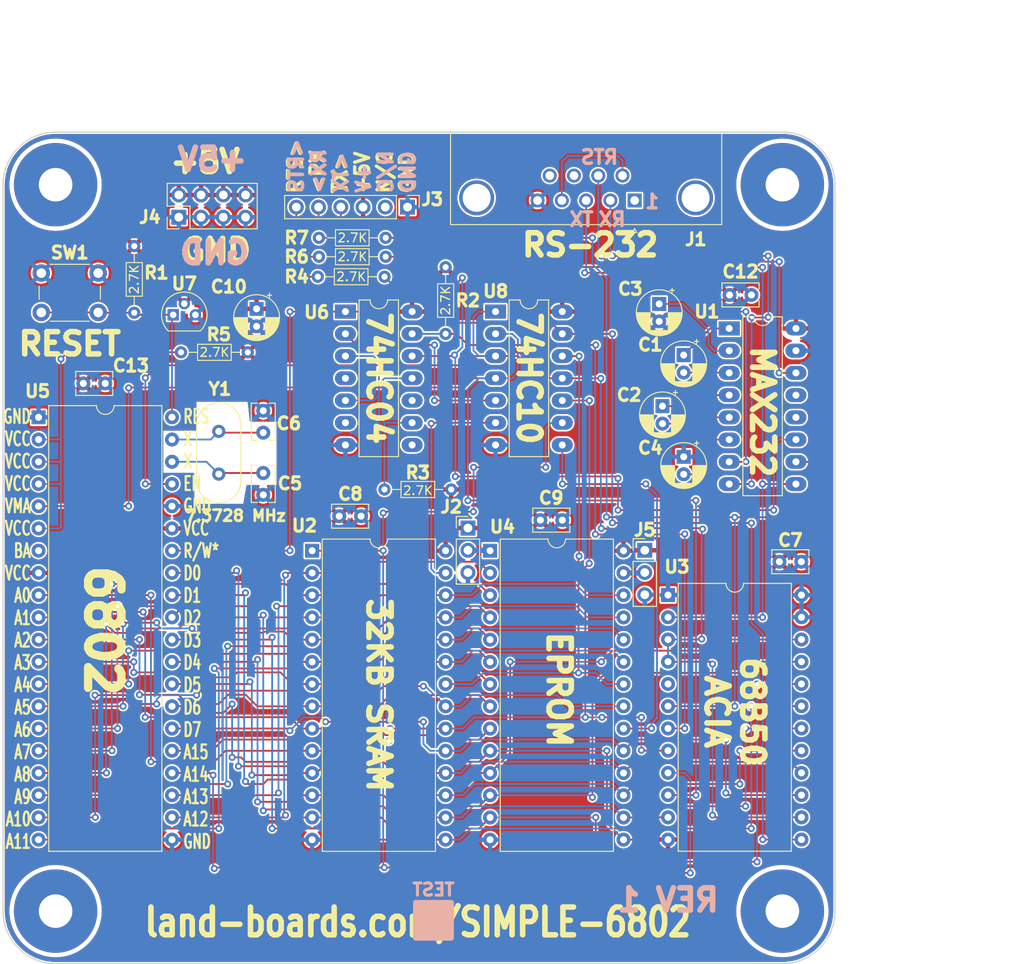
<source format=kicad_pcb>
(kicad_pcb (version 20221018) (generator pcbnew)
  (title_block (title "SIMPLE-6802") (date "2022-09-12") (rev "1") (company "land-boards.com"))
  (layers (0 "F.Cu" signal) (31 "B.Cu" signal) (34 "B.Paste" user) (35 "F.Paste" user) (36 "B.SilkS" user "B.Silkscreen") (37 "F.SilkS" user "F.Silkscreen") (38 "B.Mask" user) (39 "F.Mask" user) (44 "Edge.Cuts" user))
  (net 0 "")
  (net 1 "GND")
  (net 2 "/CPUA11")
  (net 3 "/CPUA12")
  (net 4 "/CPUA13")
  (net 5 "/CPUA14")
  (net 6 "/CPUA15")
  (net 7 "/CPUD4")
  (net 8 "/CPUD3")
  (net 9 "/CPUD5")
  (net 10 "/CPUD6")
  (net 11 "/CPUA0")
  (net 12 "/CPUA1")
  (net 13 "/CPUD2")
  (net 14 "/CPUA2")
  (net 15 "/CPUD7")
  (net 16 "/CPUA3")
  (net 17 "/CPUD0")
  (net 18 "/CPUA4")
  (net 19 "/CPUD1")
  (net 20 "/CPUA5")
  (net 21 "/CPUA6")
  (net 22 "/CPUA7")
  (net 23 "/CPUA8")
  (net 24 "/CPUA9")
  (net 25 "/CPUA10")
  (net 26 "VCC")
  (net 27 "/~{CPURESB}")
  (net 28 "Net-(C1-Pad1)")
  (net 29 "Net-(C1-Pad2)")
  (net 30 "Net-(C2-Pad1)")
  (net 31 "Net-(C2-Pad2)")
  (net 32 "Net-(C3-Pad1)")
  (net 33 "/CPUEN")
  (net 34 "/UART_RX")
  (net 35 "/UART_TX")
  (net 38 "/READ*")
  (net 39 "/WRITE*")
  (net 40 "/R1W0")
  (net 41 "/TOP16K*")
  (net 42 "/VMA")
  (net 43 "/W1R0")
  (net 45 "Net-(J1-Pad4)")
  (net 49 "Net-(C4-Pad2)")
  (net 50 "/F-TX")
  (net 51 "/F-RX")
  (net 52 "/RS_RX")
  (net 53 "/RS_TX")
  (net 54 "/RS_RTS*")
  (net 56 "Net-(C5-Pad1)")
  (net 57 "Net-(C6-Pad1)")
  (net 58 "/EE_PIN1")
  (net 59 "/EE_PIN27")
  (net 60 "Net-(R3-Pad1)")
  (net 66 "/F-RTS*")
  (net 67 "/UART_RTS*")
  (net 68 "/SER_BUSY*")
  (net 69 "Net-(U5-Pad2)")
  (footprint "Connector_Dsub:DSUB-9_Male_Horizontal_P2.77x2.84mm_EdgePinOffset4.94mm_Housed_MountingHolesOffset7.48mm" (layer "F.Cu") (at 161.277 52.4998 180)
    (fp_text reference "J1")
    (fp_text value "DB9_Male")
  )
  (footprint "Package_DIP:DIP-16_W7.62mm_LongPads" (layer "F.Cu") (at 172.077 67.1248)
    (fp_text reference "U1")
    (fp_text value "MAX232")
  )
  (footprint "Package_TO_SOT_THT:TO-92" (layer "F.Cu") (at 108.577 65.5648)
    (fp_text reference "U7")
    (fp_text value "DS1813-5")
  )
  (footprint "LandBoards_Marking:TEST_BLK-REAR" (layer "F.Cu") (at 138.303 134.747)
    (fp_text reference "TEST")
    (fp_text value "COUPON" hide)
  )
  (footprint "Capacitor_THT:C_Rect_L4.0mm_W2.5mm_P2.50mm" (layer "F.Cu") (at 130.04 88.5728 180)
    (fp_text reference "C8")
    (fp_text value "0.1uF")
  )
  (footprint "Resistor_THT:R_Axial_DIN0204_L3.6mm_D1.6mm_P7.62mm_Horizontal" (layer "F.Cu") (at 104.132 57.7118 -90)
    (fp_text reference "R1")
    (fp_text value "2.7K")
  )
  (footprint "Capacitor_THT:C_Rect_L4.0mm_W2.5mm_P2.50mm" (layer "F.Cu") (at 100.818 73.406 180)
    (fp_text reference "C13")
    (fp_text value "0.1uF")
  )
  (footprint "Resistor_THT:R_Axial_DIN0204_L3.6mm_D1.6mm_P7.62mm_Horizontal" (layer "F.Cu") (at 139.692 60.1248 -90)
    (fp_text reference "R2")
    (fp_text value "2.7K")
  )
  (footprint "LandBoards_MountHoles:MTG-6-32" (layer "F.Cu") (at 95.15 50.7)
    (fp_text reference "MTG1" hide)
    (fp_text value "MTG_HOLE" hide)
  )
  (footprint "Capacitor_THT:C_Rect_L4.0mm_W2.5mm_P2.50mm" (layer "F.Cu") (at 118.864 79.0278 90)
    (fp_text reference "C6")
    (fp_text value "8pF")
  )
  (footprint "Connector_PinHeader_2.54mm:PinHeader_1x03_P2.54mm_Vertical" (layer "F.Cu") (at 162.433 92.471)
    (fp_text reference "J5")
    (fp_text value "JUMPER, EP-27 (1X3)")
  )
  (footprint "Package_DIP:DIP-40_W15.24mm" (layer "F.Cu") (at 93.205 77.2748)
    (fp_text reference "U5")
    (fp_text value "MC68B02")
  )
  (footprint "Resistor_THT:R_Axial_DIN0204_L3.6mm_D1.6mm_P7.62mm_Horizontal" (layer "F.Cu") (at 132.715 61.214 180)
    (fp_text reference "R4")
    (fp_text value "2.7K")
  )
  (footprint "Connector_PinHeader_2.54mm:PinHeader_2x04_P2.54mm_Vertical" (layer "F.Cu") (at 109.222 54.4148 90)
    (fp_text reference "J4")
    (fp_text value "HEADER, STRT, 2X4")
  )
  (footprint "Capacitor_THT:C_Rect_L4.0mm_W2.5mm_P2.50mm" (layer "F.Cu") (at 153.015 89.027 180)
    (fp_text reference "C9")
    (fp_text value "0.1uF")
  )
  (footprint "Package_DIP:DIP-14_W7.62mm_LongPads" (layer "F.Cu") (at 145.392 65.1998)
    (fp_text reference "U8")
    (fp_text value "74HC10")
  )
  (footprint "Package_DIP:DIP-28_W15.24mm" (layer "F.Cu") (at 124.447 92.5198)
    (fp_text reference "U2")
    (fp_text value "AS6C62256-55PCN")
  )
  (footprint "Capacitor_THT:CP_Radial_D5.0mm_P2.00mm" (layer "F.Cu") (at 166.878 70.164888 -90)
    (fp_text reference "C1")
    (fp_text value "1uF")
  )
  (footprint "Capacitor_THT:C_Rect_L4.0mm_W2.5mm_P2.50mm" (layer "F.Cu") (at 118.864 83.6398 -90)
    (fp_text reference "C5")
    (fp_text value "8pF")
  )
  (footprint "Package_DIP:DIP-24_W15.24mm" (layer "F.Cu") (at 165.092 97.5848)
    (fp_text reference "U3")
    (fp_text value "MC68B50")
  )
  (footprint "Capacitor_THT:CP_Radial_D5.0mm_P2.00mm" (layer "F.Cu") (at 164.457 75.9998 -90)
    (fp_text reference "C2")
    (fp_text value "1uF")
  )
  (footprint "Capacitor_THT:C_Rect_L4.0mm_W2.5mm_P2.50mm" (layer "F.Cu") (at 174.617 63.2998 180)
    (fp_text reference "C12")
    (fp_text value "0.1uF")
  )
  (footprint "LandBoards_MountHoles:MTG-6-32" (layer "F.Cu") (at 95.15 133.7)
    (fp_text reference "MTG3" hide)
    (fp_text value "MTG_HOLE" hide)
  )
  (footprint "Connector_PinHeader_2.54mm:PinHeader_1x06_P2.54mm_Vertical" (layer "F.Cu") (at 135.342 53.2598 -90)
    (fp_text reference "J3")
    (fp_text value "HEADER, STRT, 1X6")
  )
  (footprint "Resistor_THT:R_Axial_DIN0204_L3.6mm_D1.6mm_P7.62mm_Horizontal" (layer "F.Cu") (at 132.707 85.5248)
    (fp_text reference "R3")
    (fp_text value "2.7K")
  )
  (footprint "Resistor_THT:R_Axial_DIN0204_L3.6mm_D1.6mm_P7.62mm_Horizontal" (layer "F.Cu") (at 117.094 69.85 180)
    (fp_text reference "R5")
    (fp_text value "2.7K")
  )
  (footprint "Package_DIP:DIP-28_W15.24mm" (layer "F.Cu") (at 144.767 92.5198)
    (fp_text reference "U4")
    (fp_text value "27C512")
  )
  (footprint "Button_Switch_THT:SW_PUSH_6mm_H8.5mm" (layer "F.Cu") (at 93.516 60.7958)
    (fp_text reference "SW1")
    (fp_text value "PUSHBUTTON, 6MM")
  )
  (footprint "Package_DIP:DIP-14_W7.62mm_LongPads" (layer "F.Cu") (at 128.247 65.1998)
    (fp_text reference "U6")
    (fp_text value "74HC04")
  )
  (footprint "LandBoards_MountHoles:MTG-6-32" (layer "F.Cu") (at 178.15 50.7)
    (fp_text reference "MTG4" hide)
    (fp_text value "MTG_HOLE" hide)
  )
  (footprint "Resistor_THT:R_Axial_DIN0204_L3.6mm_D1.6mm_P7.62mm_Horizontal" (layer "F.Cu") (at 132.842 56.769 180)
    (fp_text reference "R7")
    (fp_text value "2.7K")
  )
  (footprint "LandBoards_MountHoles:MTG-6-32" (layer "F.Cu") (at 178.15 133.7)
    (fp_text reference "MTG2" hide)
    (fp_text value "MTG_HOLE" hide)
  )
  (footprint "Capacitor_THT:CP_Radial_D5.0mm_P2.00mm" (layer "F.Cu") (at 118.102 64.884688 -90)
    (fp_text reference "C10")
    (fp_text value "47uF")
  )
  (footprint "Capacitor_THT:CP_Radial_D5.0mm_P2.00mm" (layer "F.Cu") (at 166.878 81.788 -90)
    (fp_text reference "C4")
    (fp_text value "1uF")
  )
  (footprint "Connector_PinHeader_2.54mm:PinHeader_1x03_P2.54mm_Vertical" (layer "F.Cu") (at 142.24 89.931)
    (fp_text reference "J2")
    (fp_text value "JUMPER, EP-1 (1X3)")
  )
  (footprint "Resistor_THT:R_Axial_DIN0204_L3.6mm_D1.6mm_P7.62mm_Horizontal" (layer "F.Cu") (at 132.842 58.928 180)
    (fp_text reference "R6")
    (fp_text value "2.7K")
  )
  (footprint "Crystal:Crystal_HC49-4H_Vertical" (layer "F.Cu") (at 113.784 78.8838 -90)
    (fp_text reference "Y1")
    (fp_text value "7.3728 MHz")
  )
  (footprint "Capacitor_THT:C_Rect_L4.0mm_W2.5mm_P2.50mm" (layer "F.Cu") (at 180.312 93.7798 180)
    (fp_text reference "C7")
    (fp_text value "0.1uF")
  )
  (footprint "Capacitor_THT:CP_Radial_D5.0mm_P2.00mm" (layer "F.Cu") (at 164.084 64.322888 -90)
    (fp_text reference "C3")
    (fp_text value "1uF")
  )
  (gr_arc (start 89.15 50.7) (mid 90.907359 46.457359) (end 95.15 44.7) (stroke (width 0.15)) (layer "Edge.Cuts"))
  (gr_line (start 89.15 133.7) (end 89.15 50.7) (stroke (width 0.15)) (layer "Edge.Cuts"))
  (gr_arc (start 95.15 139.7) (mid 90.907359 137.942641) (end 89.15 133.7) (stroke (width 0.15)) (layer "Edge.Cuts"))
  (gr_line (start 95.15 44.7) (end 178.15 44.7) (stroke (width 0.15)) (layer "Edge.Cuts"))
  (gr_line (start 178.15 139.7) (end 95.15 139.7) (stroke (width 0.15)) (layer "Edge.Cuts"))
  (gr_line (start 184.15 50.7) (end 184.15 133.7) (stroke (width 0.15)) (layer "Edge.Cuts"))
  (gr_arc (start 178.15 44.7) (mid 182.392641 46.457359) (end 184.15 50.7) (stroke (width 0.15)) (layer "Edge.Cuts"))
  (gr_arc (start 184.15 133.7) (mid 182.392641 137.942641) (end 178.15 139.7) (stroke (width 0.15)) (layer "Edge.Cuts"))
  (gr_text "RTS" (at 154.932 47.5518) (layer "B.SilkS") (effects (font (size 1.5875 1.524) (thickness 0.381)) (justify right mirror)))
  (gr_text "+5V" (at 117.34 47.8058) (layer "B.SilkS") (effects (font (size 2.54 2.54) (thickness 0.635)) (justify left mirror)))
  (gr_text "TX" (at 153.662 54.6638) (layer "B.SilkS") (effects (font (size 1.5875 1.524) (thickness 0.381)) (justify right mirror)))
  (gr_text "REV 1" (at 158.996 132.432) (layer "B.SilkS") (effects (font (size 2.54 2.54) (thickness 0.635)) (justify right mirror)))
  (gr_text "<RTS\nRX>\n<TX\n+V\nN/C\nGND" (at 129.032 51.816 90) (layer "B.SilkS") (effects (font (size 1.5875 1.524) (thickness 0.381)) (justify right mirror)))
  (gr_text "RX" (at 156.964 54.6638) (layer "B.SilkS") (effects (font (size 1.5875 1.524) (thickness 0.381)) (justify right mirror)))
  (gr_text "GND" (at 117.594 58.4738) (layer "B.SilkS") (effects (font (size 2.54 2.54) (thickness 0.635)) (justify left mirror)))
  (gr_text "1" (at 162.298 52.6318) (layer "B.SilkS") (effects (font (size 1.5875 1.524) (thickness 0.381)) (justify right mirror)))
  (gr_text "74HC10" (at 149.217 72.8248 270) (layer "F.SilkS") (effects (font (size 2.54 2.54) (thickness 0.635))))
  (gr_text "land-boards.com/SIMPLE-6802" (at 136.517 134.972) (layer "F.SilkS") (effects (font (size 3.175 2.54) (thickness 0.635))))
  (gr_text "GND\nVCC\nVCC\nVCC\nVMA\nVCC\nBA\nVCC\nA0\nA1\nA2\nA3\nA4\nA5\nA6\nA7\nA8\nA9\nA10\nA11" (at 92.456 101.473) (layer "F.SilkS") (effects (font (size 1.5875 1.016) (thickness 0.254)) (justify right)))
  (gr_text "32KB SRAM" (at 132.072 109.0198 270) (layer "F.SilkS") (effects (font (size 2.54 2.54) (thickness 0.635))))
  (gr_text "7.3728 MHz" (at 115.697 88.519) (layer "F.SilkS") (effects (font (size 1.27 1.27) (thickness 0.3175))))
  (gr_text "RS-232" (at 156.202 57.5848) (layer "F.SilkS") (effects (font (size 2.54 2.54) (thickness 0.635))))
  (gr_text "GND" (at 109.212 58.2198) (layer "F.SilkS") (effects (font (size 2.54 2.54) (thickness 0.635)) (justify left)))
  (gr_text "EPROM" (at 152.646 108.3848 270) (layer "F.SilkS") (effects (font (size 2.54 2.54) (thickness 0.635))))
  (gr_text "MAX232" (at 175.887 76.6348 270) (layer "F.SilkS") (effects (font (size 2.54 2.54) (thickness 0.635))))
  (gr_text "+5V" (at 107.942 48.0598) (layer "F.SilkS") (effects (font (size 2.54 2.54) (thickness 0.635)) (justify left)))
  (gr_text "68B50\nACIA" (at 172.712 110.9248 270) (layer "F.SilkS") (effects (font (size 2.54 2.54) (thickness 0.635))))
  (gr_text "RES\nX\nX\nEN\nGND\nVCC\nR/W*\nD0\nD1\nD2\nD3\nD4\nD5\nD6\nD7\nA15\nA14\nA13\nA12\nGND" (at 109.601 101.473) (layer "F.SilkS") (effects (font (size 1.5875 1.016) (thickness 0.254)) (justify left)))
  (gr_text "6802" (at 100.576 101.6538 270) (layer "F.SilkS") (effects (font (size 3.81 3.81) (thickness 0.9525))))
  (gr_text "RTS>\n<RX\nTX>\n+5V\nN/C\nGND" (at 128.897 51.8698 90) (layer "F.SilkS") (effects (font (size 1.5875 1.524) (thickness 0.381)) (justify left)))
  (gr_text "74HC04" (at 132.072 72.8198 270) (layer "F.SilkS") (effects (font (size 2.54 2.54) (thickness 0.635))))
  (gr_text "RESET" (at 96.766 68.8878) (layer "F.SilkS") (effects (font (size 2.54 2.54) (thickness 0.635))))
  (segment (start 93.205 125.5348) (end 102.857 125.5348) (width 0.2032) (layer "F.Cu") (net 2))
  (segment (start 133.332 105.2198) (end 132.072 106.4798) (width 0.2032) (layer "F.Cu") (net 2))
  (segment (start 139.687 105.2198) (end 133.332 105.2198) (width 0.2032) (layer "F.Cu") (net 2))
  (segment (start 113.276 105.9718) (end 121.912 105.9718) (width 0.2032) (layer "F.Cu") (net 2))
  (segment (start 121.912 105.9718) (end 122.42 106.4798) (width 0.2032) (layer "F.Cu") (net 2))
  (segment (start 104.132 124.2598) (end 113.784 124.2598) (width 0.2032) (layer "F.Cu") (net 2))
  (segment (start 132.072 106.4798) (end 122.42 106.4798) (width 0.2032) (layer "F.Cu") (net 2))
  (segment (start 102.857 125.5348) (end 104.132 124.2598) (width 0.2032) (layer "F.Cu") (net 2))
  (via (at 113.784 124.2598) (size 0.8) (drill 0.4) (layers "F.Cu" "B.Cu") (net 2))
  (via (at 113.276 105.9718) (size 0.8) (drill 0.4) (layers "F.Cu" "B.Cu") (net 2))
  (segment (start 113.784 124.2598) (end 113.784 106.4798) (width 0.2032) (layer "B.Cu") (net 2))
  (segment (start 158.727 103.9398) (end 160.007 105.2198) (width 0.2032) (layer "B.Cu") (net 2))
  (segment (start 139.687 105.2198) (end 141.5218 105.2198) (width 0.2032) (layer "B.Cu") (net 2))
  (segment (start 142.8018 103.9398) (end 158.727 103.9398) (width 0.2032) (layer "B.Cu") (net 2))
  (segment (start 113.784 106.4798) (end 113.276 105.9718) (width 0.2032) (layer "B.Cu") (net 2))
  (segment (start 141.5218 105.2198) (end 142.8018 103.9398) (width 0.2032) (layer "B.Cu") (net 2))
  (segment (start 121.145 122.9948) (end 121.404 122.7358) (width 0.2032) (layer "F.Cu") (net 3))
  (segment (start 121.404 95.3038) (end 121.648 95.0598) (width 0.2032) (layer "F.Cu") (net 3))
  (segment (start 144.767 95.0598) (end 143.487 93.7798) (width 0.2032) (layer "F.Cu") (net 3))
  (segment (start 129.796 95.0598) (end 124.447 95.0598) (width 0.2032) (layer "F.Cu") (net 3))
  (segment (start 131.076 93.7798) (end 129.796 95.0598) (width 0.2032) (layer "F.Cu") (net 3))
  (segment (start 143.487 93.7798) (end 131.076 93.7798) (width 0.2032) (layer "F.Cu") (net 3))
  (segment (start 121.648 95.0598) (end 124.447 95.0598) (width 0.2032) (layer "F.Cu") (net 3))
  (segment (start 108.445 122.9948) (end 121.145 122.9948) (width 0.2032) (layer "F.Cu") (net 3))
  (via (at 121.404 95.3038) (size 0.8) (drill 0.4) (layers "F.Cu" "B.Cu") (net 3))
  (via (at 121.404 122.7358) (size 0.8) (drill 0.4) (layers "F.Cu" "B.Cu") (net 3))
  (segment (start 121.404 122.7358) (end 121.258489 122.590289) (width 0.2032) (layer "B.Cu") (net 3))
  (segment (start 121.258489 95.449311) (end 121.404 95.3038) (width 0.2032) (layer "B.Cu") (net 3))
  (segment (start 121.258489 122.590289) (end 121.258489 95.449311) (width 0.2032) (layer "B.Cu") (net 3))
  (segment (start 120.345989 120.4548) (end 120.604989 120.1958) (width 0.2032) (layer "F.Cu") (net 4))
  (segment (start 108.445 120.4548) (end 120.345989 120.4548) (width 0.2032) (layer "F.Cu") (net 4))
  (segment (start 132.316 97.5998) (end 139.687 97.5998) (width 0.2032) (layer "F.Cu") (net 4))
  (segment (start 131.056 98.8598) (end 132.316 97.5998) (width 0.2032) (layer "F.Cu") (net 4))
  (segment (start 120.388 98.8598) (end 131.056 98.8598) (width 0.2032) (layer "F.Cu") (net 4))
  (via (at 120.388 98.8598) (size 0.8) (drill 0.4) (layers "F.Cu" "B.Cu") (net 4))
  (via (at 120.604989 120.1958) (size 0.8) (drill 0.4) (layers "F.Cu" "B.Cu") (net 4))
  (segment (start 120.604989 120.1958) (end 120.604989 99.076789) (width 0.2032) (layer "B.Cu") (net 4))
  (segment (start 139.687 97.5998) (end 142.6842 97.5998) (width 0.2032) (layer "B.Cu") (net 4))
  (segment (start 142.6842 97.5998) (end 143.9642 96.3198) (width 0.2032) (layer "B.Cu") (net 4))
  (segment (start 160.007 97.5998) (end 155.7852 97.5998) (width 0.2032) (layer "B.Cu") (net 4))
  (segment (start 155.7852 97.5998) (end 154.5052 96.3198) (width 0.2032) (layer "B.Cu") (net 4))
  (segment (start 120.604989 99.076789) (end 120.388 98.8598) (width 0.2032) (layer "B.Cu") (net 4))
  (segment (start 143.9642 96.3198) (end 154.5052 96.3198) (width 0.2032) (layer "B.Cu") (net 4))
  (segment (start 132.5615 88.2103) (end 132.707 88.0648) (width 0.2032) (layer "F.Cu") (net 5))
  (segment (start 142.8855 82.9848) (end 151.122 82.9848) (width 0.2032) (layer "F.Cu") (net 5))
  (segment (start 132.5515 92.5198) (end 132.5615 92.5098) (width 0.2032) (layer "F.Cu") (net 5))
  (segment (start 154.932 129.3398) (end 167.632 129.3398) (width 0.2032) (layer "F.Cu") (net 5))
  (segment (start 154.315511 128.723311) (end 154.932 129.3398) (width 0.2032) (layer "F.Cu") (net 5))
  (segment (start 124.447 92.5198) (end 132.5515 92.5198) (width 0.2032) (layer "F.Cu") (net 5))
  (segment (start 132.707 88.0648) (end 142.867 88.0648) (width 0.2032) (layer "F.Cu") (net 5))
  (segment (start 108.445 117.9148) (end 112.8815 117.9148) (width 0.2032) (layer "F.Cu") (net 5))
  (segment (start 132.688489 128.723311) (end 113.384489 128.723311) (width 0.2032) (layer "F.Cu") (net 5))
  (segment (start 112.8815 117.9148) (end 113.1305 118.1638) (width 0.2032) (layer "F.Cu") (net 5))
  (segment (start 132.688489 128.723311) (end 154.315511 128.723311) (width 0.2032) (layer "F.Cu") (net 5))
  (segment (start 113.384489 128.723311) (end 113.276 128.8318) (width 0.2032) (layer "F.Cu") (net 5))
  (via (at 132.5615 92.5098) (size 0.8) (drill 0.4) (layers "F.Cu" "B.Cu") (net 5))
  (via (at 142.867 88.0648) (size 0.8) (drill 0.4) (layers "F.Cu" "B.Cu") (net 5))
  (via (at 113.276 128.8318) (size 0.8) (drill 0.4) (layers "F.Cu" "B.Cu") (net 5))
  (via (at 151.122 82.9848) (size 0.8) (drill 0.4) (layers "F.Cu" "B.Cu") (net 5))
  (via (at 167.632 129.3398) (size 0.8) (drill 0.4) (layers "F.Cu" "B.Cu") (net 5))
  (via (at 113.1305 118.1638) (size 0.8) (drill 0.4) (layers "F.Cu" "B.Cu") (net 5))
  (via (at 132.5615 88.2103) (size 0.8) (drill 0.4) (layers "F.Cu" "B.Cu") (net 5))
  (via (at 142.8855 82.9848) (size 0.8) (drill 0.4) (layers "F.Cu" "B.Cu") (net 5))
  (via (at 132.688489 128.723311) (size 0.8) (drill 0.4) (layers "F.Cu" "B.Cu") (net 5))
  (segment (start 151.762 77.8998) (end 153.012 77.8998) (width 0.2032) (layer "B.Cu") (net 5))
  (segment (start 132.5615 128.596322) (end 132.688489 128.723311) (width 0.2032) (layer "B.Cu") (net 5))
  (segment (start 166.992 117.9048) (end 167.632 118.5448) (width 0.2032) (layer "B.Cu") (net 5))
  (segment (start 167.632 118.5448) (end 167.632 129.3398) (width 0.2032) (layer "B.Cu") (net 5))
  (segment (start 132.5615 92.5098) (end 132.5615 88.2103) (width 0.2032) (layer "B.Cu") (net 5))
  (segment (start 113.1305 118.1638) (end 113.1305 128.6863) (width 0.2032) (layer "B.Cu") (net 5))
  (segment (start 151.122 78.5398) (end 151.762 77.8998) (width 0.2032) (layer "B.Cu") (net 5))
  (segment (start 142.867 88.0648) (end 142.885511 88.046289) (width 0.2032) (layer "B.Cu") (net 5))
  (segment (start 151.122 82.9848) (end 151.122 78.5398) (width 0.2032) (layer "B.Cu") (net 5))
  (segment (start 165.092 117.9048) (end 166.992 117.9048) (width 0.2032) (layer "B.Cu") (net 5))
  (segment (start 132.5615 92.5098) (end 132.5615 128.596322) (width 0.2032) (layer "B.Cu") (net 5))
  (segment (start 113.1305 128.6863) (end 113.276 128.8318) (width 0.2032) (layer "B.Cu") (net 5))
  (segment (start 142.885511 82.984811) (end 142.8855 82.9848) (width 0.2032) (layer "B.Cu") (net 5))
  (segment (start 142.885511 88.046289) (end 142.885511 82.984811) (width 0.2032) (layer "B.Cu") (net 5))
  (segment (start 133.215 114.2453) (end 126.6295 114.2453) (width 0.2032) (layer "F.Cu") (net 6))
  (segment (start 133.352 112.8398) (end 139.687 112.8398) (width 0.2032) (layer "F.Cu") (net 6))
  (segment (start 108.445 115.3748) (end 113.017 115.3748) (width 0.2032) (layer "F.Cu") (net 6))
  (segment (start 162.052 115.316) (end 162.1008 115.3648) (width 0.2032) (layer "F.Cu") (net 6))
  (segment (start 156.108392 75.3648) (end 156.103392 75.3598) (width 0.2032) (layer "F.Cu") (net 6))
  (segment (start 157.5532 111.5598) (end 162.052 111.5598) (width 0.2032) (layer "F.Cu") (net 6))
  (segment (start 155.6482 111.5598) (end 155.6482 94.4148) (width 0.2032) (layer "F.Cu") (net 6))
  (segment (start 126.6295 114.2453) (end 126.484 114.0998) (width 0.2032) (layer "F.Cu") (net 6))
  (segment (start 155.6482 94.4148) (end 156.083 93.98) (width 0.2032) (layer "F.Cu") (net 6))
  (segment (start 113.017 115.3748) (end 114.292 114.0998) (width 0.2032) (layer "F.Cu") (net 6))
  (segment (start 133.352 112.8398) (end 133.342 112.8298) (width 0.2032) (layer "F.Cu") (net 6))
  (segment (start 126.484 114.0998) (end 114.292 114.0998) (width 0.2032) (layer "F.Cu") (net 6))
  (segment (start 156.103392 75.3598) (end 153.012 75.3598) (width 0.2032) (layer "F.Cu") (net 6))
  (segment (start 162.1008 115.3648) (end 165.092 115.3648) (width 0.2032) (layer "F.Cu") (net 6))
  (via (at 133.342 112.8298) (size 0.8) (drill 0.4) (layers "F.Cu" "B.Cu") (net 6))
  (via (at 162.052 115.316) (size 0.8) (drill 0.4) (layers "F.Cu" "B.Cu") (net 6))
  (via (at 162.052 111.5598) (size 0.8) (drill 0.4) (layers "F.Cu" "B.Cu") (net 6))
  (via (at 156.083 93.98) (size 0.8) (drill 0.4) (layers "F.Cu" "B.Cu") (net 6))
  (via (at 156.108392 75.3648) (size 0.8) (drill 0.4) (layers "F.Cu" "B.Cu") (net 6))
  (via (at 157.5532 111.5598) (size 0.8) (drill 0.4) (layers "F.Cu" "B.Cu") (net 6))
  (via (at 133.215 114.2453) (size 0.8) (drill 0.4) (layers "F.Cu" "B.Cu") (net 6))
  (via (at 155.6482 111.5598) (size 0.8) (drill 0.4) (layers "F.Cu" "B.Cu") (net 6))
  (segment (start 156.108392 93.954608) (end 156.083 93.98) (width 0.2032) (layer "B.Cu") (net 6))
  (segment (start 162.052 111.5598) (end 162.052 115.316) (width 0.2032) (layer "B.Cu") (net 6))
  (segment (start 142.9482 111.5598) (end 155.6482 111.5598) (width 0.2032) (layer "B.Cu") (net 6))
  (segment (start 141.6682 112.8398) (end 142.9482 111.5598) (width 0.2032) (layer "B.Cu") (net 6))
  (segment (start 133.342 112.8298) (end 133.342 114.1183) (width 0.2032) (layer "B.Cu") (net 6))
  (segment (start 133.342 114.1183) (end 133.215 114.2453) (width 0.2032) (layer "B.Cu") (net 6))
  (segment (start 155.6482 111.5598) (end 157.5532 111.5598) (width 0.2032) (layer "B.Cu") (net 6))
  (segment (start 156.108392 75.3648) (end 156.108392 93.954608) (width 0.2032) (layer "B.Cu") (net 6))
  (segment (start 139.687 112.8398) (end 141.6682 112.8398) (width 0.2032) (layer "B.Cu") (net 6))
  (segment (start 161.272 122.9998) (end 162.552 121.7198) (width 0.2032) (layer "F.Cu") (net 7))
  (segment (start 139.687 122.9998) (end 133.86 122.9998) (width 0.2032) (layer "F.Cu") (net 7))
  (segment (start 117.9515 105.2148) (end 108.445 105.2148) (width 0.2032) (layer "F.Cu") (net 7))
  (segment (start 122.42 121.2118) (end 118.2105 121.2118) (width 0.2032) (layer "F.Cu") (net 7))
  (segment (start 122.928 121.7198) (end 132.58 121.7198) (width 0.2032) (layer "F.Cu") (net 7))
  (segment (start 118.2105 104.9558) (end 117.9515 105.2148) (width 0.2032) (layer "F.Cu") (net 7))
  (segment (start 122.928 121.7198) (end 122.42 121.2118) (width 0.2032) (layer "F.Cu") (net 7))
  (segment (start 133.86 122.9998) (end 132.58 121.7198) (width 0.2032) (layer "F.Cu") (net 7))
  (segment (start 173.95 112.8248) (end 180.332 112.8248) (width 0.2032) (layer "F.Cu") (net 7))
  (segment (start 160.007 122.9998) (end 161.272 122.9998) (width 0.2032) (layer "F.Cu") (net 7))
  (segment (start 162.552 121.7198) (end 173.945 121.7198) (width 0.2032) (layer "F.Cu") (net 7))
  (segment (start 173.945 112.8298) (end 173.95 112.8248) (width 0.2032) (layer "F.Cu") (net 7))
  (via (at 118.2105 121.2118) (size 0.8) (drill 0.4) (layers "F.Cu" "B.Cu") (net 7))
  (via (at 118.2105 104.9558) (size 0.8) (drill 0.4) (layers "F.Cu" "B.Cu") (net 7))
  (via (at 173.945 121.7198) (size 0.8) (drill 0.4) (layers "F.Cu" "B.Cu") (net 7))
  (via (at 173.945 112.8298) (size 0.8) (drill 0.4) (layers "F.Cu" "B.Cu") (net 7))
  (segment (start 158.727 121.7198) (end 160.007 122.9998) (width 0.2032) (layer "B.Cu") (net 7))
  (segment (start 118.2105 121.2118) (end 118.2105 104.9558) (width 0.2032) (layer "B.Cu") (net 7))
  (segment (start 173.945 121.7198) (end 173.945 112.8298) (width 0.2032) (layer "B.Cu") (net 7))
  (segment (start 139.687 122.9998) (end 141.5218 122.9998) (width 0.2032) (layer "B.Cu") (net 7))
  (segment (start 142.8018 121.7198) (end 158.727 121.7198) (width 0.2032) (layer "B.Cu") (net 7))
  (segment (start 141.5218 122.9998) (end 142.8018 121.7198) (width 0.2032) (layer "B.Cu") (net 7))
  (segment (start 125.976 124.2598) (end 119.88 124.2598) (width 0.2032) (layer "F.Cu") (net 8))
  (segment (start 174.5985 110.2898) (end 174.6035 110.2848) (width 0.2032) (layer "F.Cu") (net 8))
  (segment (start 174.6035 110.2848) (end 180.332 110.2848) (width 0.2032) (layer "F.Cu") (net 8))
  (segment (start 119.621 102.6748) (end 119.88 102.4158) (width 0.2032) (layer "F.Cu") (net 8))
  (segment (start 163.187 124.2598) (end 174.5985 124.2598) (width 0.2032) (layer "F.Cu") (net 8))
  (segment (start 127.256 125.5398) (end 125.976 124.2598) (width 0.2032) (layer "F.Cu") (net 8))
  (segment (start 161.907 125.5398) (end 163.187 124.2598) (width 0.2032) (layer "F.Cu") (net 8))
  (segment (start 139.687 125.5398) (end 127.256 125.5398) (width 0.2032) (layer "F.Cu") (net 8))
  (segment (start 160.007 125.5398) (end 161.907 125.5398) (width 0.2032) (layer "F.Cu") (net 8))
  (segment (start 108.445 102.6748) (end 119.621 102.6748) (width 0.2032) (layer "F.Cu") (net 8))
  (via (at 119.88 102.4158) (size 0.8) (drill 0.4) (layers "F.Cu" "B.Cu") (net 8))
  (via (at 119.88 124.2598) (size 0.8) (drill 0.4) (layers "F.Cu" "B.Cu") (net 8))
  (via (at 174.5985 124.2598) (size 0.8) (drill 0.4) (layers "F.Cu" "B.Cu") (net 8))
  (via (at 174.5985 110.2898) (size 0.8) (drill 0.4) (layers "F.Cu" "B.Cu") (net 8))
  (segment (start 119.88 124.2598) (end 119.88 102.4158) (width 0.2032) (layer "B.Cu") (net 8))
  (segment (start 142.5672 124.2598) (end 158.727 124.2598) (width 0.2032) (layer "B.Cu") (net 8))
  (segment (start 141.2872 125.5398) (end 142.5672 124.2598) (width 0.2032) (layer "B.Cu") (net 8))
  (segment (start 174.5985 124.2598) (end 174.5985 110.2898) (width 0.2032) (layer "B.Cu") (net 8))
  (segment (start 139.687 125.5398) (end 141.2872 125.5398) (width 0.2032) (layer "B.Cu") (net 8))
  (segment (start 158.727 124.2598) (end 160.007 125.5398) (width 0.2032) (layer "B.Cu") (net 8))
  (segment (start 117.557 118.1638) (end 121.912 118.1638) (width 0.2032) (layer "F.Cu") (net 9))
  (segment (start 173.2965 115.3648) (end 180.332 115.3648) (width 0.2032) (layer "F.Cu") (net 9))
  (segment (start 173.2915 115.3698) (end 173.2965 115.3648) (width 0.2032) (layer "F.Cu") (net 9))
  (segment (start 122.928 119.1798) (end 132.58 119.1798) (width 0.2032) (layer "F.Cu") (net 9))
  (segment (start 132.58 119.1798) (end 133.86 120.4598) (width 0.2032) (layer "F.Cu") (net 9))
  (segment (start 133.86 120.4598) (end 139.687 120.4598) (width 0.2032) (layer "F.Cu") (net 9))
  (segment (start 161.287 119.1798) (end 173.2915 119.1798) (width 0.2032) (layer "F.Cu") (net 9))
  (segment (start 117.34 107.4958) (end 117.081 107.7548) (width 0.2032) (layer "F.Cu") (net 9))
  (segment (start 161.282 119.1848) (end 161.287 119.1798) (width 0.2032) (layer "F.Cu") (net 9))
  (segment (start 160.007 120.4598) (end 161.282 119.1848) (width 0.2032) (layer "F.Cu") (net 9))
  (segment (start 121.912 118.1638) (end 122.928 119.1798) (width 0.2032) (layer "F.Cu") (net 9))
  (segment (start 117.081 107.7548) (end 108.445 107.7548) (width 0.2032) (layer "F.Cu") (net 9))
  (via (at 117.557 118.1638) (size 0.8) (drill 0.4) (layers "F.Cu" "B.Cu") (net 9))
  (via (at 173.2915 115.3698) (size 0.8) (drill 0.4) (layers "F.Cu" "B.Cu") (net 9))
  (via (at 173.2915 119.1798) (size 0.8) (drill 0.4) (layers "F.Cu" "B.Cu") (net 9))
  (via (at 117.34 107.4958) (size 0.8) (drill 0.4) (layers "F.Cu" "B.Cu") (net 9))
  (segment (start 117.557 118.1638) (end 117.557 107.7128) (width 0.2032) (layer "B.Cu") (net 9))
  (segment (start 139.687 120.4598) (end 141.6682 120.4598) (width 0.2032) (layer "B.Cu") (net 9))
  (segment (start 173.2915 119.1798) (end 173.2915 115.3698) (width 0.2032) (layer "B.Cu") (net 9))
  (segment (start 158.742 119.1798) (end 158.742 119.1948) (width 0.2032) (layer "B.Cu") (net 9))
  (segment (start 117.557 107.7128) (end 117.34 107.4958) (width 0.2032) (layer "B.Cu") (net 9))
  (segment (start 141.6682 120.4598) (end 142.9482 119.1798) (width 0.2032) (layer "B.Cu") (net 9))
  (segment (start 142.9482 119.1798) (end 158.742 119.1798) (width 0.2032) (layer "B.Cu") (net 9))
  (segment (start 158.742 119.1948) (end 160.007 120.4598) (width 0.2032) (layer "B.Cu") (net 9))
  (segment (start 133.86 117.9198) (end 132.58 116.6398) (width 0.2032) (layer "F.Cu") (net 10))
  (segment (start 109.471 110.2948) (end 110.228 111.0518) (width 0.2032) (layer "F.Cu") (net 10))
  (segment (start 179.067 116.6398) (end 180.332 117.9048) (width 0.2032) (layer "F.Cu") (net 10))
  (segment (start 110.228 111.0518) (end 114.292 111.0518) (width 0.2032) (layer "F.Cu") (net 10))
  (segment (start 116.832 116.6398) (end 116.324 116.1318) (width 0.2032) (layer "F.Cu") (net 10))
  (segment (start 161.287 116.6398) (end 179.067 116.6398) (width 0.2032) (layer "F.Cu") (net 10))
  (segment (start 160.007 117.9198) (end 161.287 116.6398) (width 0.2032) (layer "F.Cu") (net 10))
  (segment (start 108.445 110.2948) (end 109.471 110.2948) (width 0.2032) (layer "F.Cu") (net 10))
  (segment (start 116.324 116.1318) (end 115.308 116.1318) (width 0.2032) (layer "F.Cu") (net 10))
  (segment (start 132.58 116.6398) (end 116.832 116.6398) (width 0.2032) (layer "F.Cu") (net 10))
  (segment (start 139.687 117.9198) (end 133.86 117.9198) (width 0.2032) (layer "F.Cu") (net 10))
  (segment (start 114.292 111.0518) (end 115.308 110.0358) (width 0.2032) (layer "F.Cu") (net 10))
  (via (at 115.308 110.0358) (size 0.8) (drill 0.4) (layers "F.Cu" "B.Cu") (net 10))
  (via (at 115.308 116.1318) (size 0.8) (drill 0.4) (layers "F.Cu" "B.Cu") (net 10))
  (segment (start 142.6942 116.6398) (end 158.727 116.6398) (width 0.2032) (layer "B.Cu") (net 10))
  (segment (start 158.727 116.6398) (end 160.007 117.9198) (width 0.2032) (layer "B.Cu") (net 10))
  (segment (start 115.308 110.0358) (end 115.308 116.1318) (width 0.2032) (layer "B.Cu") (net 10))
  (segment (start 139.687 117.9198) (end 141.4142 117.9198) (width 0.2032) (layer "B.Cu") (net 10))
  (segment (start 141.4142 117.9198) (end 142.6942 116.6398) (width 0.2032) (layer "B.Cu") (net 10))
  (segment (start 162.557 122.9848) (end 161.282 124.2598) (width 0.2032) (layer "F.Cu") (net 11))
  (segment (start 124.447 115.3798) (end 132.062 115.3798) (width 0.2032) (layer "F.Cu") (net 11))
  (segment (start 143.507 116.6398) (end 144.767 115.3798) (width 0.2032) (layer "F.Cu") (net 11))
  (segment (start 158.742 124.2598) (end 158.107 123.6248) (width 0.2032) (layer "F.Cu") (net 11))
  (segment (start 93.205 97.5948) (end 106.032 97.5948) (width 0.2032) (layer "F.Cu") (net 11))
  (segment (start 158.107 115.3898) (end 158.097 115.3798) (width 0.2032) (layer "F.Cu") (net 11))
  (segment (start 165.092 122.9848) (end 162.557 122.9848) (width 0.2032) (layer "F.Cu") (net 11))
  (segment (start 133.322 116.6398) (end 143.507 116.6398) (width 0.2032) (layer "F.Cu") (net 11))
  (segment (start 106.037 116.6398) (end 113.276 116.6398) (width 0.2032) (layer "F.Cu") (net 11))
  (segment (start 132.062 115.3798) (end 133.322 116.6398) (width 0.2032) (layer "F.Cu") (net 11))
  (segment (start 113.276 116.6398) (end 114.536 115.3798) (width 0.2032) (layer "F.Cu") (net 11))
  (segment (start 161.282 124.2598) (end 158.742 124.2598) (width 0.2032) (layer "F.Cu") (net 11))
  (segment (start 106.032 97.5948) (end 106.037 97.5898) (width 0.2032) (layer "F.Cu") (net 11))
  (segment (start 158.107 123.6248) (end 158.107 115.3898) (width 0.2032) (layer "F.Cu") (net 11))
  (segment (start 114.536 115.3798) (end 124.447 115.3798) (width 0.2032) (layer "F.Cu") (net 11))
  (via (at 106.037 116.6398) (size 0.8) (drill 0.4) (layers "F.Cu" "B.Cu") (net 11))
  (via (at 106.037 97.5898) (size 0.8) (drill 0.4) (layers "F.Cu" "B.Cu") (net 11))
  (via (at 158.097 115.3798) (size 0.8) (drill 0.4) (layers "F.Cu" "B.Cu") (net 11))
  (segment (start 144.767 115.3798) (end 158.097 115.3798) (width 0.2032) (layer "B.Cu") (net 11))
  (segment (start 106.037 97.5898) (end 106.037 116.6398) (width 0.2032) (layer "B.Cu") (net 11))
  (segment (start 121.8735 111.5413) (end 123.172 112.8398) (width 0.2032) (layer "F.Cu") (net 12))
  (segment (start 138.168 113.5918) (end 138.676 114.0998) (width 0.2032) (layer "F.Cu") (net 12))
  (segment (start 132.814 113.5918) (end 138.168 113.5918) (width 0.2032) (layer "F.Cu") (net 12))
  (segment (start 124.447 112.8398) (end 132.062 112.8398) (width 0.2032) (layer "F.Cu") (net 12))
  (segment (start 132.062 112.8398) (end 132.814 113.5918) (width 0.2032) (layer "F.Cu") (net 12))
  (segment (start 143.507 114.0998) (end 144.767 112.8398) (width 0.2032) (layer "F.Cu") (net 12))
  (segment (start 93.205 100.1348) (end 95.247 100.1348) (width 0.2032) (layer "F.Cu") (net 12))
  (segment (start 105.148 99.5133) (end 95.8685 99.5133) (width 0.2032) (layer "F.Cu") (net 12))
  (segment (start 95.8685 99.5133) (end 95.247 100.1348) (width 0.2032) (layer "F.Cu") (net 12))
  (segment (start 105.3835 111.5413) (end 121.8735 111.5413) (width 0.2032) (layer "F.Cu") (net 12))
  (segment (start 138.676 114.0998) (end 143.507 114.0998) (width 0.2032) (layer "F.Cu") (net 12))
  (segment (start 123.172 112.8398) (end 124.447 112.8398) (width 0.2032) (layer "F.Cu") (net 12))
  (via (at 105.3835 111.5413) (size 0.8) (drill 0.4) (layers "F.Cu" "B.Cu") (net 12))
  (via (at 105.148 99.5133) (size 0.8) (drill 0.4) (layers "F.Cu" "B.Cu") (net 12))
  (segment (start 105.3835 111.5413) (end 105.3835 99.7488) (width 0.2032) (layer "B.Cu") (net 12))
  (segment (start 105.3835 99.7488) (end 105.148 99.5133) (width 0.2032) (layer "B.Cu") (net 12))
  (segment (start 132.336 122.9998) (end 133.596 124.2598) (width 0.2032) (layer "F.Cu") (net 13))
  (segment (start 113.266 99.3678) (end 114.033 100.1348) (width 0.2032) (layer "F.Cu") (net 13))
  (segment (start 133.596 124.2598) (end 143.507 124.2598) (width 0.2032) (layer "F.Cu") (net 13))
  (segment (start 175.257 107.7448) (end 180.332 107.7448) (width 0.2032) (layer "F.Cu") (net 13))
  (segment (start 118.605 100.1348) (end 114.033 100.1348) (width 0.2032) (layer "F.Cu") (net 13))
  (segment (start 175.233489 128.051289) (end 175.252 128.0698) (width 0.2032) (layer "F.Cu") (net 13))
  (segment (start 175.252 107.7498) (end 175.257 107.7448) (width 0.2032) (layer "F.Cu") (net 13))
  (segment (start 108.445 100.1348) (end 109.212 99.3678) (width 0.2032) (layer "F.Cu") (net 13))
  (segment (start 122.274489 122.082289) (end 123.192 122.9998) (width 0.2032) (layer "F.Cu") (net 13))
  (segment (start 156.837 122.9898) (end 156.837 128.0698) (width 0.2032) (layer "F.Cu") (net 13))
  (segment (start 118.864 122.2278) (end 119.009511 122.082289) (width 0.2032) (layer "F.Cu") (net 13))
  (segment (start 143.507 124.2598) (end 144.767 122.9998) (width 0.2032) (layer "F.Cu") (net 13))
  (segment (start 109.212 99.3678) (end 113.266 99.3678) (width 0.2032) (layer "F.Cu") (net 13))
  (segment (start 124.447 122.9998) (end 123.192 122.9998) (width 0.2032) (layer "F.Cu") (net 13))
  (segment (start 118.864 99.8758) (end 118.605 100.1348) (width 0.2032) (layer "F.Cu") (net 13))
  (segment (start 119.009511 122.082289) (end 122.274489 122.082289) (width 0.2032) (layer "F.Cu") (net 13))
  (segment (start 156.837 128.0698) (end 156.855511 128.051289) (width 0.2032) (layer "F.Cu") (net 13))
  (segment (start 156.855511 128.051289) (end 175.233489 128.051289) (width 0.2032) (layer "F.Cu") (net 13))
  (segment (start 124.447 122.9998) (end 132.336 122.9998) (width 0.2032) (layer "F.Cu") (net 13))
  (via (at 175.252 107.7498) (size 0.8) (drill 0.4) (layers "F.Cu" "B.Cu") (net 13))
  (via (at 118.864 122.2278) (size 0.8) (drill 0.4) (layers "F.Cu" "B.Cu") (net 13))
  (via (at 175.252 128.0698) (size 0.8) (drill 0.4) (layers "F.Cu" "B.Cu") (net 13))
  (via (at 156.837 122.9898) (size 0.8) (drill 0.4) (layers "F.Cu" "B.Cu") (net 13))
  (via (at 118.864 99.8758) (size 0.8) (drill 0.4) (layers "F.Cu" "B.Cu") (net 13))
  (segment (start 118.864 122.2278) (end 118.864 99.8758) (width 0.2032) (layer "B.Cu") (net 13))
  (segment (start 175.252 128.0698) (end 175.252 107.7498) (width 0.2032) (layer "B.Cu") (net 13))
  (segment (start 156.827 122.9998) (end 156.837 122.9898) (width 0.2032) (layer "B.Cu") (net 13))
  (segment (start 144.767 122.9998) (end 156.827 122.9998) (width 0.2032) (layer "B.Cu") (net 13))
  (segment (start 110.228 110.0358) (end 113.784 110.0358) (width 0.2032) (layer "F.Cu") (net 14))
  (segment (start 124.447 110.2998) (end 132.062 110.2998) (width 0.2032) (layer "F.Cu") (net 14))
  (segment (start 93.205 102.6748) (end 104.725 102.6748) (width 0.2032) (layer "F.Cu") (net 14))
  (segment (start 143.487 109.0198) (end 144.767 110.2998) (width 0.2032) (layer "F.Cu") (net 14))
  (segment (start 104.725 102.6748) (end 104.73 102.6698) (width 0.2032) (layer "F.Cu") (net 14))
  (segment (start 113.784 110.0358) (end 114.837 108.9828) (width 0.2032) (layer "F.Cu") (net 14))
  (segment (start 104.73 108.9828) (end 109.175 108.9828) (width 0.2032) (layer "F.Cu") (net 14))
  (segment (start 114.837 108.9828) (end 116.869 108.9828) (width 0.2032) (layer "F.Cu") (net 14))
  (segment (start 132.062 110.2998) (end 133.342 109.0198) (width 0.2032) (layer "F.Cu") (net 14))
  (segment (start 133.342 109.0198) (end 143.487 109.0198) (width 0.2032) (layer "F.Cu") (net 14))
  (segment (start 109.175 108.9828) (end 110.228 110.0358) (width 0.2032) (layer "F.Cu") (net 14))
  (segment (start 118.186 110.2998) (end 116.869 108.9828) (width 0.2032) (layer "F.Cu") (net 14))
  (segment (start 124.447 110.2998) (end 118.186 110.2998) (width 0.2032) (layer "F.Cu") (net 14))
  (via (at 104.73 108.9828) (size 0.8) (drill 0.4) (layers "F.Cu" "B.Cu") (net 14))
  (via (at 104.73 102.6698) (size 0.8) (drill 0.4) (layers "F.Cu" "B.Cu") (net 14))
  (segment (start 104.73 102.6698) (end 104.73 108.9828) (width 0.2032) (layer "B.Cu") (net 14))
  (segment (start 125.976 112.0678) (end 137.152 112.0678) (width 0.2032) (layer "F.Cu") (net 15))
  (segment (start 171.945 120.4448) (end 171.696 120.1958) (width 0.2032) (layer "F.Cu") (net 15))
  (segment (start 108.445 112.8348) (end 121.663 112.8348) (width 0.2032) (layer "F.Cu") (net 15))
  (segment (start 121.663 112.8348) (end 121.912 113.0838) (width 0.2032) (layer "F.Cu") (net 15))
  (segment (start 161.287 114.0998) (end 160.007 115.3798) (width 0.2032) (layer "F.Cu") (net 15))
  (segment (start 180.332 120.4448) (end 171.945 120.4448) (width 0.2032) (layer "F.Cu") (net 15))
  (segment (start 171.696 114.0998) (end 161.287 114.0998) (width 0.2032) (layer "F.Cu") (net 15))
  (via (at 125.976 112.0678) (size 0.8) (drill 0.4) (layers "F.Cu" "B.Cu") (net 15))
  (via (at 121.912 113.0838) (size 0.8) (drill 0.4) (layers "F.Cu" "B.Cu") (net 15))
  (via (at 137.152 112.0678) (size 0.8) (drill 0.4) (layers "F.Cu" "B.Cu") (net 15))
  (via (at 171.696 114.0998) (size 0.8) (drill 0.4) (layers "F.Cu" "B.Cu") (net 15))
  (via (at 171.696 120.1958) (size 0.8) (drill 0.4) (layers "F.Cu" "B.Cu") (net 15))
  (segment (start 142.6942 114.0998) (end 158.727 114.0998) (width 0.2032) (layer "B.Cu") (net 15))
  (segment (start 123.436 111.5598) (end 125.468 111.5598) (width 0.2032) (layer "B.Cu") (net 15))
  (segment (start 139.687 115.3798) (end 141.4142 115.3798) (width 0.2032) (layer "B.Cu") (net 15))
  (segment (start 141.4142 115.3798) (end 142.6942 114.0998) (width 0.2032) (layer "B.Cu") (net 15))
  (segment (start 137.152 112.0678) (end 137.152 114.6078) (width 0.2032) (layer "B.Cu") (net 15))
  (segment (start 171.696 120.1958) (end 171.696 114.0998) (width 0.2032) (layer "B.Cu") (net 15))
  (segment (start 137.152 114.6078) (end 137.924 115.3798) (width 0.2032) (layer "B.Cu") (net 15))
  (segment (start 125.468 111.5598) (end 125.976 112.0678) (width 0.2032) (layer "B.Cu") (net 15))
  (segment (start 158.727 114.0998) (end 160.007 115.3798) (width 0.2032) (layer "B.Cu") (net 15))
  (segment (start 121.912 113.0838) (end 123.436 111.5598) (width 0.2032) (layer "B.Cu") (net 15))
  (segment (start 137.924 115.3798) (end 139.687 115.3798) (width 0.2032) (layer "B.Cu") (net 15))
  (segment (start 132.062 107.7598) (end 133.342 106.4798) (width 0.2032) (layer "F.Cu") (net 16))
  (segment (start 115.8715 106.4243) (end 120.8405 106.4243) (width 0.2032) (layer "F.Cu") (net 16))
  (segment (start 110.736 106.9878) (end 115.308 106.9878) (width 0.2032) (layer "F.Cu") (net 16))
  (segment (start 104.0765 106.4243) (end 110.2835 106.4243) (width 0.2032) (layer "F.Cu") (net 16))
  (segment (start 110.2835 106.5353) (end 110.736 106.9878) (width 0.2032) (layer "F.Cu") (net 16))
  (segment (start 104.0715 105.2148) (end 104.0765 105.2098) (width 0.2032) (layer "F.Cu") (net 16))
  (segment (start 133.342 106.4798) (end 143.487 106.4798) (width 0.2032) (layer "F.Cu") (net 16))
  (segment (start 110.2835 106.4243) (end 110.2835 106.5353) (width 0.2032) (layer "F.Cu") (net 16))
  (segment (start 122.176 107.7598) (end 124.447 107.7598) (width 0.2032) (layer "F.Cu") (net 16))
  (segment (start 115.308 106.9878) (end 115.8715 106.4243) (width 0.2032) (layer "F.Cu") (net 16))
  (segment (start 93.205 105.2148) (end 104.0715 105.2148) (width 0.2032) (layer "F.Cu") (net 16))
  (segment (start 120.8405 106.4243) (end 122.176 107.7598) (width 0.2032) (layer "F.Cu") (net 16))
  (segment (start 124.447 107.7598) (end 132.062 107.7598) (width 0.2032) (layer "F.Cu") (net 16))
  (segment (start 143.487 106.4798) (end 144.767 107.7598) (width 0.2032) (layer "F.Cu") (net 16))
  (via (at 104.0765 106.4243) (size 0.8) (drill 0.4) (layers "F.Cu" "B.Cu") (net 16))
  (via (at 104.0765 105.2098) (size 0.8) (drill 0.4) (layers "F.Cu" "B.Cu") (net 16))
  (segment (start 104.0765 105.2098) (end 104.0765 106.4243) (width 0.2032) (layer "B.Cu") (net 16))
  (segment (start 121.912 117.1478) (end 116.032989 117.1478) (width 0.2032) (layer "F.Cu") (net 17))
  (segment (start 124.447 117.9198) (end 122.684 117.9198) (width 0.2032) (layer "F.Cu") (net 17))
  (segment (start 143.492 117.9198) (end 142.232 119.1798) (width 0.2032) (layer "F.Cu") (net 17))
  (segment (start 125.468 117.4018) (end 124.95 117.9198) (width 0.2032) (layer "F.Cu") (net 17))
  (segment (start 142.232 119.1798) (end 134.104 119.1798) (width 0.2032) (layer "F.Cu") (net 17))
  (segment (start 115.816 94.7958) (end 115.557 95.0548) (width 0.2032) (layer "F.Cu") (net 17))
  (segment (start 122.684 117.9198) (end 121.912 117.1478) (width 0.2032) (layer "F.Cu") (net 17))
  (segment (start 180.332 102.6648) (end 172.209 102.6648) (width 0.2032) (layer "F.Cu") (net 17))
  (segment (start 147.058 115.6288) (end 144.767 117.9198) (width 0.2032) (layer "F.Cu") (net 17))
  (segment (start 172.209 102.6648) (end 170.934 103.9398) (width 0.2032) (layer "F.Cu") (net 17))
  (segment (start 147.058 105.2098) (end 147.058 115.6288) (width 0.2032) (layer "F.Cu") (net 17))
  (segment (start 115.557 95.0548) (end 108.445 95.0548) (width 0.2032) (layer "F.Cu") (net 17))
  (segment (start 144.767 117.9198) (end 143.492 117.9198) (width 0.2032) (layer "F.Cu") (net 17))
  (segment (start 158.742 103.9398) (end 170.934 103.9398) (width 0.2032) (layer "F.Cu") (net 17))
  (segment (start 158.742 103.9398) (end 157.472 105.2098) (width 0.2032) (layer "F.Cu") (net 17))
  (segment (start 132.326 117.4018) (end 125.468 117.4018) (width 0.2032) (layer "F.Cu") (net 17))
  (segment (start 134.104 119.1798) (end 132.326 117.4018) (width 0.2032) (layer "F.Cu") (net 17))
  (via (at 157.472 105.2098) (size 0.8) (drill 0.4) (layers "F.Cu" "B.Cu") (net 17))
  (via (at 147.058 105.2098) (size 0.8) (drill 0.4) (layers "F.Cu" "B.Cu") (net 17))
  (via (at 116.032989 117.1478) (size 0.8) (drill 0.4) (layers "F.Cu" "B.Cu") (net 17))
  (via (at 115.816 94.7958) (size 0.8) (drill 0.4) (layers "F.Cu" "B.Cu") (net 17))
  (segment (start 157.472 105.2098) (end 147.058 105.2098) (width 0.2032) (layer "B.Cu") (net 17))
  (segment (start 116.032989 117.1478) (end 116.032989 95.012789) (width 0.2032) (layer "B.Cu") (net 17))
  (segment (start 116.032989 95.012789) (end 115.816 94.7958) (width 0.2032) (layer "B.Cu") (net 17))
  (segment (start 122.684 105.2198) (end 121.766489 104.302289) (width 0.2032) (layer "F.Cu") (net 18))
  (segment (start 110.590489 104.302289) (end 110.228 103.9398) (width 0.2032) (layer "F.Cu") (net 18))
  (segment (start 93.205 107.7548) (end 103.492 107.7548) (width 0.2032) (layer "F.Cu") (net 18))
  (segment (start 133.342 103.9398) (end 143.487 103.9398) (width 0.2032) (layer "F.Cu") (net 18))
  (segment (start 124.447 105.2198) (end 132.062 105.2198) (width 0.2032) (layer "F.Cu") (net 18))
  (segment (start 143.487 103.9398) (end 144.767 105.2198) (width 0.2032) (layer "F.Cu") (net 18))
  (segment (start 103.492 107.7548) (end 103.497 107.7498) (width 0.2032) (layer "F.Cu") (net 18))
  (segment (start 132.062 105.2198) (end 133.342 103.9398) (width 0.2032) (layer "F.Cu") (net 18))
  (segment (start 110.228 103.9398) (end 103.497 103.9398) (width 0.2032) (layer "F.Cu") (net 18))
  (segment (start 121.766489 104.302289) (end 110.590489 104.302289) (width 0.2032) (layer "F.Cu") (net 18))
  (segment (start 124.447 105.2198) (end 122.684 105.2198) (width 0.2032) (layer "F.Cu") (net 18))
  (via (at 103.497 107.7498) (size 0.8) (drill 0.4) (layers "F.Cu" "B.Cu") (net 18))
  (via (at 103.497 103.9398) (size 0.8) (drill 0.4) (layers "F.Cu" "B.Cu") (net 18))
  (segment (start 103.422989 107.675789) (end 103.422989 104.013811) (width 0.2032) (layer "B.Cu") (net 18))
  (segment (start 103.422989 104.013811) (end 103.497 103.9398) (width 0.2032) (layer "B.Cu") (net 18))
  (segment (start 103.497 107.7498) (end 103.422989 107.675789) (width 0.2032) (layer "B.Cu") (net 18))
  (segment (start 132.59 120.4598) (end 133.85 121.7198) (width 0.2032) (layer "F.Cu") (net 19))
  (segment (start 119.372 118.6718) (end 118.864 119.1798) (width 0.2032) (layer "F.Cu") (net 19))
  (segment (start 180.332 105.2048) (end 174.495 105.2048) (width 0.2032) (layer "F.Cu") (net 19))
  (segment (start 157.98 106.4798) (end 156.456 108.0038) (width 0.2032) (layer "F.Cu") (net 19))
  (segment (start 174.495 105.2048) (end 173.22 106.4798) (width 0.2032) (layer "F.Cu") (net 19))
  (segment (start 123.31563 120.4598) (end 121.52763 118.6718) (width 0.2032) (layer "F.Cu") (net 19))
  (segment (start 117.123011 119.1798) (end 116.832 118.888789) (width 0.2032) (layer "F.Cu") (net 19))
  (segment (start 133.85 121.7198) (end 143.507 121.7198) (width 0.2032) (layer "F.Cu") (net 19))
  (segment (start 173.22 106.4798) (end 157.98 106.4798) (width 0.2032) (layer "F.Cu") (net 19))
  (segment (start 116.832 97.3358) (end 116.573 97.5948) (width 0.2032) (layer "F.Cu") (net 19))
  (segment (start 118.864 119.1798) (end 117.123011 119.1798) (width 0.2032) (layer "F.Cu") (net 19))
  (segment (start 124.447 120.4598) (end 123.31563 120.4598) (width 0.2032) (layer "F.Cu") (net 19))
  (segment (start 156.456 108.0038) (end 156.456 120.7038) (width 0.2032) (layer "F.Cu") (net 19))
  (segment (start 124.447 120.4598) (end 132.59 120.4598) (width 0.2032) (layer "F.Cu") (net 19))
  (segment (start 143.507 121.7198) (end 144.767 120.4598) (width 0.2032) (layer "F.Cu") (net 19))
  (segment (start 121.52763 118.6718) (end 119.372 118.6718) (width 0.2032) (layer "F.Cu") (net 19))
  (segment (start 116.573 97.5948) (end 108.445 97.5948) (width 0.2032) (layer "F.Cu") (net 19))
  (via (at 156.456 120.7038) (size 0.8) (drill 0.4) (layers "F.Cu" "B.Cu") (net 19))
  (via (at 116.832 118.888789) (size 0.8) (drill 0.4) (layers "F.Cu" "B.Cu") (net 19))
  (via (at 116.832 97.3358) (size 0.8) (drill 0.4) (layers "F.Cu" "B.Cu") (net 19))
  (segment (start 116.832 118.888789) (end 116.686489 118.743278) (width 0.2032) (layer "B.Cu") (net 19))
  (segment (start 156.212 120.4598) (end 156.456 120.7038) (width 0.2032) (layer "B.Cu") (net 19))
  (segment (start 144.767 120.4598) (end 156.212 120.4598) (width 0.2032) (layer "B.Cu") (net 19))
  (segment (start 116.686489 97.481311) (end 116.832 97.3358) (width 0.2032) (layer "B.Cu") (net 19))
  (segment (start 116.686489 118.743278) (end 116.686489 97.481311) (width 0.2032) (layer "B.Cu") (net 19))
  (segment (start 103.0075 100.7463) (end 102.862 100.8918) (width 0.2032) (layer "F.Cu") (net 20))
  (segment (start 119.009511 101.762289) (end 121.258489 101.762289) (width 0.2032) (layer "F.Cu") (net 20))
  (segment (start 118.864 101.9078) (end 111.244 101.9078) (width 0.2032) (layer "F.Cu") (net 20))
  (segment (start 132.062 102.6798) (end 133.342 101.3998) (width 0.2032) (layer "F.Cu") (net 20))
  (segment (start 124.447 102.6798) (end 122.176 102.6798) (width 0.2032) (layer "F.Cu") (net 20))
  (segment (start 119.009511 101.762289) (end 118.864 101.9078) (width 0.2032) (layer "F.Cu") (net 20))
  (segment (start 122.176 102.6798) (end 121.258489 101.762289) (width 0.2032) (layer "F.Cu") (net 20))
  (segment (start 124.447 102.6798) (end 132.062 102.6798) (width 0.2032) (layer "F.Cu") (net 20))
  (segment (start 133.342 101.3998) (end 143.487 101.3998) (width 0.2032) (layer "F.Cu") (net 20))
  (segment (start 111.244 101.9078) (end 110.736 101.3998) (width 0.2032) (layer "F.Cu") (net 20))
  (segment (start 93.205 110.2948) (end 102.857 110.2948) (width 0.2032) (layer "F.Cu") (net 20))
  (segment (start 106.6905 100.7463) (end 103.0075 100.7463) (width 0.2032) (layer "F.Cu") (net 20))
  (segment (start 143.487 101.3998) (end 144.767 102.6798) (width 0.2032) (layer "F.Cu") (net 20))
  (segment (start 102.857 110.2948) (end 102.862 110.2898) (width 0.2032) (layer "F.Cu") (net 20))
  (via (at 106.6905 100.7463) (size 0.8) (drill 0.4) (layers "F.Cu" "B.Cu") (net 20))
  (via (at 102.862 100.8918) (size 0.8) (drill 0.4) (layers "F.Cu" "B.Cu") (net 20))
  (via (at 102.862 110.2898) (size 0.8) (drill 0.4) (layers "F.Cu" "B.Cu") (net 20))
  (via (at 110.736 101.3998) (size 0.8) (drill 0.4) (layers "F.Cu" "B.Cu") (net 20))
  (segment (start 102.862 110.2898) (end 102.843489 110.271289) (width 0.2032) (layer "B.Cu") (net 20))
  (segment (start 102.843489 100.910311) (end 102.843489 110.271289) (width 0.2032) (layer "B.Cu") (net 20))
  (segment (start 107.18 101.3998) (end 110.736 101.3998) (width 0.2032) (layer "B.Cu") (net 20))
  (segment (start 102.862 100.8918) (end 102.843489 100.910311) (width 0.2032) (layer "B.Cu") (net 20))
  (segment (start 106.6905 100.7463) (end 106.6905 100.9103) (width 0.2032) (layer "B.Cu") (net 20))
  (segment (start 106.6905 100.9103) (end 107.18 101.3998) (width 0.2032) (layer "B.Cu") (net 20))
  (segment (start 118.864 98.8598) (end 120.144 100.1398) (width 0.2032) (layer "F.Cu") (net 21))
  (segment (start 102.227 98.8598) (end 118.864 98.8598) (width 0.2032) (layer "F.Cu") (net 21))
  (segment (start 120.144 100.1398) (end 124.447 100.1398) (width 0.2032) (layer "F.Cu") (net 21))
  (segment (start 93.205 112.8348) (end 102.222 112.8348) (width 0.2032) (layer "F.Cu") (net 21))
  (segment (start 133.342 98.8598) (end 143.487 98.8598) (width 0.2032) (layer "F.Cu") (net 21))
  (segment (start 143.487 98.8598) (end 144.767 100.1398) (width 0.2032) (layer "F.Cu") (net 21))
  (segment (start 124.447 100.1398) (end 132.062 100.1398) (width 0.2032) (layer "F.Cu") (net 21))
  (segment (start 132.062 100.1398) (end 133.342 98.8598) (width 0.2032) (layer "F.Cu") (net 21))
  (segment (start 102.222 112.8348) (end 102.227 112.8298) (width 0.2032) (layer "F.Cu") (net 21))
  (via (at 102.227 112.8298) (size 0.8) (drill 0.4) (layers "F.Cu" "B.Cu") (net 21))
  (via (at 102.227 98.8598) (size 0.8) (drill 0.4) (layers "F.Cu" "B.Cu") (net 21))
  (segment (start 102.208489 98.878311) (end 102.227 98.8598) (width 0.2032) (layer "B.Cu") (net 21))
  (segment (start 102.208489 112.811289) (end 102.208489 98.878311) (width 0.2032) (layer "B.Cu") (net 21))
  (segment (start 102.227 112.8298) (end 102.208489 112.811289) (width 0.2032) (layer "B.Cu") (net 21))
  (segment (start 144.767 97.5998) (end 143.487 96.3198) (width 0.2032) (layer "F.Cu") (net 22))
  (segment (start 121.404 96.3198) (end 122.684 97.5998) (width 0.2032) (layer "F.Cu") (net 22))
  (segment (start 101.587 115.3748) (end 101.592 115.3698) (width 0.2032) (layer "F.Cu") (net 22))
  (segment (start 129.776 97.5998) (end 124.447 97.5998) (width 0.2032) (layer "F.Cu") (net 22))
  (segment (start 93.205 115.3748) (end 101.587 115.3748) (width 0.2032) (layer "F.Cu") (net 22))
  (segment (start 101.592 96.3198) (end 121.404 96.3198) (width 0.2032) (layer "F.Cu") (net 22))
  (segment (start 122.684 97.5998) (end 124.447 97.5998) (width 0.2032) (layer "F.Cu") (net 22))
  (segment (start 131.056 96.3198) (end 129.776 97.5998) (width 0.2032) (layer "F.Cu") (net 22))
  (segment (start 143.487 96.3198) (end 131.056 96.3198) (width 0.2032) (layer "F.Cu") (net 22))
  (via (at 101.592 96.3198) (size 0.8) (drill 0.4) (layers "F.Cu" "B.Cu") (net 22))
  (via (at 101.592 115.3698) (size 0.8) (drill 0.4) (layers "F.Cu" "B.Cu") (net 22))
  (segment (start 101.592 115.3698) (end 101.573489 115.351289) (width 0.2032) (layer "B.Cu") (net 22))
  (segment (start 101.573489 115.351289) (end 101.573489 96.338311) (width 0.2032) (layer "B.Cu") (net 22))
  (segment (start 101.573489 96.338311) (end 101.592 96.3198) (width 0.2032) (layer "B.Cu") (net 22))
  (segment (start 112.26 101.3998) (end 111.498 100.6378) (width 0.2032) (layer "F.Cu") (net 23))
  (segment (start 133.332 100.1398) (end 132.072 101.3998) (width 0.2032) (layer "F.Cu") (net 23))
  (segment (start 104.64 101.3998) (end 104.132 101.9078) (width 0.2032) (layer "F.Cu") (net 23))
  (segment (start 93.205 117.9148) (end 100.952 117.9148) (width 0.2032) (layer "F.Cu") (net 23))
  (segment (start 101.93599 101.9078) (end 100.919989 100.8918) (width 0.2032) (layer "F.Cu") (net 23))
  (segment (start 100.952 117.9148) (end 100.957 117.9098) (width 0.2032) (layer "F.Cu") (net 23))
  (segment (start 109.974 100.6378) (end 109.212 101.3998) (width 0.2032) (layer "F.Cu") (net 23))
  (segment (start 111.498 100.6378) (end 109.974 100.6378) (width 0.2032) (layer "F.Cu") (net 23))
  (segment (start 132.072 101.3998) (end 112.26 101.3998) (width 0.2032) (layer "F.Cu") (net 23))
  (segment (start 139.687 100.1398) (end 133.332 100.1398) (width 0.2032) (layer "F.Cu") (net 23))
  (segment (start 109.212 101.3998) (end 104.64 101.3998) (width 0.2032) (layer "F.Cu") (net 23))
  (segment (start 104.132 101.9078) (end 101.93599 101.9078) (width 0.2032) (layer "F.Cu") (net 23))
  (via (at 100.919989 100.8918) (size 0.8) (drill 0.4) (layers "F.Cu" "B.Cu") (net 23))
  (via (at 100.957 117.9098) (size 0.8) (drill 0.4) (layers "F.Cu" "B.Cu") (net 23))
  (segment (start 155.9122 100.1398) (end 154.6322 98.8598) (width 0.2032) (layer "B.Cu") (net 23))
  (segment (start 142.6942 98.8598) (end 154.6322 98.8598) (width 0.2032) (layer "B.Cu") (net 23))
  (segment (start 141.4142 100.1398) (end 142.6942 98.8598) (width 0.2032) (layer "B.Cu") (net 23))
  (segment (start 160.007 100.1398) (end 155.9122 100.1398) (width 0.2032) (layer "B.Cu") (net 23))
  (segment (start 100.919989 117.872789) (end 100.957 117.9098) (width 0.2032) (layer "B.Cu") (net 23))
  (segment (start 100.919989 100.8918) (end 100.919989 117.872789) (width 0.2032) (layer "B.Cu") (net 23))
  (segment (start 139.687 100.1398) (end 141.4142 100.1398) (width 0.2032) (layer "B.Cu") (net 23))
  (segment (start 139.687 102.6798) (end 133.332 102.6798) (width 0.2032) (layer "F.Cu") (net 24))
  (segment (start 100.317 120.4548) (end 100.322 120.4498) (width 0.2032) (layer "F.Cu") (net 24))
  (segment (start 100.322 120.4498) (end 101.592 119.1798) (width 0.2032) (layer "F.Cu") (net 24))
  (segment (start 133.332 102.6798) (end 132.072 103.9398) (width 0.2032) (layer "F.Cu") (net 24))
  (segment (start 122.42 103.4318) (end 122.928 103.9398) (width 0.2032) (layer "F.Cu") (net 24))
  (segment (start 101.592 119.1798) (end 114.8 119.1798) (width 0.2032) (layer "F.Cu") (net 24))
  (segment (start 93.205 120.4548) (end 100.317 120.4548) (width 0.2032) (layer "F.Cu") (net 24))
  (segment (start 132.072 103.9398) (end 122.928 103.9398) (width 0.2032) (layer "F.Cu") (net 24))
  (segment (start 114.8 103.4318) (end 122.42 103.4318) (width 0.2032) (layer "F.Cu") (net 24))
  (via (at 114.8 119.1798) (size 0.8) (drill 0.4) (layers "F.Cu" "B.Cu") (net 24))
  (via (at 114.8 103.4318) (size 0.8) (drill 0.4) (layers "F.Cu" "B.Cu") (net 24))
  (segment (start 142.8018 101.3998) (end 158.727 101.3998) (width 0.2032) (layer "B.Cu") (net 24))
  (segment (start 114.654489 103.577311) (end 114.8 103.4318) (width 0.2032) (layer "B.Cu") (net 24))
  (segment (start 158.727 101.3998) (end 160.007 102.6798) (width 0.2032) (layer "B.Cu") (net 24))
  (segment (start 114.8 119.1798) (end 114.654489 119.034289) (width 0.2032) (layer "B.Cu") (net 24))
  (segment (start 139.687 102.6798) (end 141.5218 102.6798) (width 0.2032) (layer "B.Cu") (net 24))
  (segment (start 114.654489 119.034289) (end 114.654489 103.577311) (width 0.2032) (layer "B.Cu") (net 24))
  (segment (start 141.5218 102.6798) (end 142.8018 101.3998) (width 0.2032) (layer "B.Cu") (net 24))
  (segment (start 111.244 109.0198) (end 111.752 108.5118) (width 0.2032) (layer "F.Cu") (net 25))
  (segment (start 99.682 122.9948) (end 99.687 122.9898) (width 0.2032) (layer "F.Cu") (net 25))
  (segment (start 137.152 108.0038) (end 132.58 108.0038) (width 0.2032) (layer "F.Cu") (net 25))
  (segment (start 131.564 109.0198) (end 122.42 109.0198) (width 0.2032) (layer "F.Cu") (net 25))
  (segment (start 103.624 109.0198) (end 99.649989 109.0198) (width 0.2032) (layer "F.Cu") (net 25))
  (segment (start 93.205 122.9948) (end 99.682 122.9948) (width 0.2032) (layer "F.Cu") (net 25))
  (segment (start 132.58 108.0038) (end 131.564 109.0198) (width 0.2032) (layer "F.Cu") (net 25))
  (segment (start 111.752 108.5118) (end 121.912 108.5118) (width 0.2032) (layer "F.Cu") (net 25))
  (segment (start 106.6905 110.0358) (end 104.64 110.0358) (width 0.2032) (layer "F.Cu") (net 25))
  (segment (start 121.912 108.5118) (end 122.42 109.0198) (width 0.2032) (layer "F.Cu") (net 25))
  (segment (start 104.64 110.0358) (end 103.624 109.0198) (width 0.2032) (layer "F.Cu") (net 25))
  (via (at 111.244 109.0198) (size 0.8) (drill 0.4) (layers "F.Cu" "B.Cu") (net 25))
  (via (at 137.152 108.0038) (size 0.8) (drill 0.4) (layers "F.Cu" "B.Cu") (net 25))
  (via (at 99.687 122.9898) (size 0.8) (drill 0.4) (layers "F.Cu" "B.Cu") (net 25))
  (via (at 106.6905 110.0358) (size 0.8) (drill 0.4) (layers "F.Cu" "B.Cu") (net 25))
  (via (at 99.649989 109.0198) (size 0.8) (drill 0.4) (layers "F.Cu" "B.Cu") (net 25))
  (segment (start 99.668489 109.038311) (end 99.649989 109.019811) (width 0.2032) (layer "B.Cu") (net 25))
  (segment (start 160.007 110.2998) (end 153.672 110.2998) (width 0.2032) (layer "B.Cu") (net 25))
  (segment (start 139.687 110.2998) (end 141.4142 110.2998) (width 0.2032) (layer "B.Cu") (net 25))
  (segment (start 99.687 122.9898) (end 99.668489 122.971289) (width 0.2032) (layer "B.Cu") (net 25))
  (segment (start 139.687 110.2998) (end 137.391 108.0038) (width 0.2032) (layer "B.Cu") (net 25))
  (segment (start 106.6905 110.0358) (end 106.6905 109.5093) (width 0.2032) (layer "B.Cu") (net 25))
  (segment (start 99.668489 122.971289) (end 99.668489 109.038311) (width 0.2032) (layer "B.Cu") (net 25))
  (segment (start 141.4142 110.2998) (end 142.6942 109.0198) (width 0.2032) (layer "B.Cu") (net 25))
  (segment (start 153.672 110.2998) (end 152.392 109.0198) (width 0.2032) (layer "B.Cu") (net 25))
  (segment (start 107.18 109.0198) (end 111.244 109.0198) (width 0.2032) (layer "B.Cu") (net 25))
  (segment (start 106.6905 109.5093) (end 107.18 109.0198) (width 0.2032) (layer "B.Cu") (net 25))
  (segment (start 142.6942 109.0198) (end 152.392 109.0198) (width 0.2032) (layer "B.Cu") (net 25))
  (segment (start 137.391 108.0038) (end 137.152 108.0038) (width 0.2032) (layer "B.Cu") (net 25))
  (segment (start 99.649989 109.019811) (end 99.649989 109.0198) (width 0.2032) (layer "B.Cu") (net 25))
  (segment (start 93.516 65.2958) (end 100.016 65.2958) (width 0.2032) (layer "F.Cu") (net 27))
  (segment (start 104.132 65.3318) (end 100.052 65.3318) (width 0.2032) (layer "F.Cu") (net 27))
  (segment (start 108.577 65.5648) (end 104.365 65.5648) (width 0.2032) (layer "F.Cu") (net 27))
  (segment (start 108.445 77.2748) (end 108.445 65.6968) (width 0.2032) (layer "B.Cu") (net 27))
  (segment (start 172.077 67.1248) (end 169.918088 67.1248) (width 0.2032) (layer "F.Cu") (net 28))
  (segment (start 169.918088 67.1248) (end 166.878 70.164888) (width 0.2032) (layer "F.Cu") (net 28))
  (segment (start 166.878 72.164888) (end 172.037088 72.164888) (width 0.2032) (layer "F.Cu") (net 29))
  (segment (start 168.887 74.7448) (end 167.632 75.9998) (width 0.2032) (layer "F.Cu") (net 30))
  (segment (start 167.632 75.9998) (end 164.457 75.9998) (width 0.2032) (layer "F.Cu") (net 30))
  (segment (start 172.077 74.7448) (end 168.887 74.7448) (width 0.2032) (layer "F.Cu") (net 30))
  (segment (start 168.252 77.2848) (end 167.537 77.9998) (width 0.2032) (layer "F.Cu") (net 31))
  (segment (start 172.077 77.2848) (end 168.252 77.2848) (width 0.2032) (layer "F.Cu") (net 31))
  (segment (start 167.537 77.9998) (end 164.457 77.9998) (width 0.2032) (layer "F.Cu") (net 31))
  (segment (start 166.735088 64.322888) (end 169.6971 67.2849) (width 0.2032) (layer "B.Cu") (net 32))
  (segment (start 169.6971 68.9861) (end 169.6971 67.2849) (width 0.2032) (layer "B.Cu") (net 32))
  (segment (start 170.3758 69.6648) (end 169.6971 68.9861) (width 0.2032) (layer "B.Cu") (net 32))
  (segment (start 172.077 69.6648) (end 170.3758 69.6648) (width 0.2032) (layer "B.Cu") (net 32))
  (segment (start 164.084 64.322888) (end 166.735088 64.322888) (width 0.2032) (layer "B.Cu") (net 32))
  (segment (start 168.945289 89.951289) (end 163.242511 89.951289) (width 0.2032) (layer "F.Cu") (net 33))
  (segment (start 180.332 122.9848) (end 170.421 122.9848) (width 0.2032) (layer "F.Cu") (net 33))
  (segment (start 165.092 102.6648) (end 168.8902 102.6648) (width 0.2032) (layer "F.Cu") (net 33))
  (segment (start 168.8902 102.6648) (end 168.939 102.616) (width 0.2032) (layer "F.Cu") (net 33))
  (segment (start 147.942 70.2798) (end 150.487 72.8248) (width 0.2032) (layer "F.Cu") (net 33))
  (segment (start 169.913 105.2048) (end 165.092 105.2048) (width 0.2032) (layer "F.Cu") (net 33))
  (segment (start 170.172 105.4638) (end 169.913 105.2048) (width 0.2032) (layer "F.Cu") (net 33))
  (segment (start 105.407 84.8948) (end 105.402 84.8898) (width 0.2032) (layer "F.Cu") (net 33))
  (segment (start 109.56032 71.33332) (end 141.81848 71.33332) (width 0.2032) (layer "F.Cu") (net 33))
  (segment (start 142.872 70.2798) (end 145.392 70.2798) (width 0.2032) (layer "F.Cu") (net 33))
  (segment (start 163.187 90.0068) (end 157.509 90.0068) (width 0.2032) (layer "F.Cu") (net 33))
  (segment (start 150.487 72.8248) (end 150.492 72.8198) (width 0.2032) (layer "F.Cu") (net 33))
  (segment (start 106.83968 71.33332) (end 105.402 72.771) (width 0.2032) (layer "F.Cu") (net 33))
  (segment (start 141.81848 71.33332) (end 142.872 70.2798) (width 0.2032) (layer "F.Cu") (net 33))
  (segment (start 157.509 90.0068) (end 157.472 89.9698) (width 0.2032) (layer "F.Cu") (net 33))
  (segment (start 169.037 90.043) (end 168.945289 89.951289) (width 0.2032) (layer "F.Cu") (net 33))
  (segment (start 163.242511 89.951289) (end 163.187 90.0068) (width 0.2032) (layer "F.Cu") (net 33))
  (segment (start 109.56032 71.33332) (end 106.83968 71.33332) (width 0.2032) (layer "F.Cu") (net 33))
  (segment (start 150.492 72.8198) (end 153.012 72.8198) (width 0.2032) (layer "F.Cu") (net 33))
  (segment (start 157.410403 72.8198) (end 153.012 72.8198) (width 0.2032) (layer "F.Cu") (net 33))
  (segment (start 108.445 84.8948) (end 105.407 84.8948) (width 0.2032) (layer "F.Cu") (net 33))
  (segment (start 145.392 70.2798) (end 147.942 70.2798) (width 0.2032) (layer "F.Cu") (net 33))
  (segment (start 170.421 122.9848) (end 170.172 122.7358) (width 0.2032) (layer "F.Cu") (net 33))
  (segment (start 157.415403 72.8248) (end 157.410403 72.8198) (width 0.2032) (layer "F.Cu") (net 33))
  (via (at 169.037 90.043) (size 0.8) (drill 0.4) (layers "F.Cu" "B.Cu") (net 33))
  (via (at 157.472 89.9698) (size 0.8) (drill 0.4) (layers "F.Cu" "B.Cu") (net 33))
  (via (at 170.172 122.7358) (size 0.8) (drill 0.4) (layers "F.Cu" "B.Cu") (net 33))
  (via (at 105.402 72.771) (size 0.8) (drill 0.4) (layers "F.Cu" "B.Cu") (net 33))
  (via (at 168.939 102.616) (size 0.8) (drill 0.4) (layers "F.Cu" "B.Cu") (net 33))
  (via (at 105.402 84.8898) (size 0.8) (drill 0.4) (layers "F.Cu" "B.Cu") (net 33))
  (via (at 170.172 105.4638) (size 0.8) (drill 0.4) (layers "F.Cu" "B.Cu") (net 33))
  (via (at 157.415403 72.8248) (size 0.8) (drill 0.4) (layers "F.Cu" "B.Cu") (net 33))
  (segment (start 165.092 105.2048) (end 165.092 102.6648) (width 0.2032) (layer "B.Cu") (net 33))
  (segment (start 170.172 122.7358) (end 170.172 105.4638) (width 0.2032) (layer "B.Cu") (net 33))
  (segment (start 142.867 69.6498) (end 142.867 65.8398) (width 0.2032) (layer "B.Cu") (net 33))
  (segment (start 142.867 65.8398) (end 143.507 65.1998) (width 0.2032) (layer "B.Cu") (net 33))
  (segment (start 168.939 102.616) (end 168.939 90.141) (width 0.2032) (layer "B.Cu") (net 33))
  (segment (start 145.392 70.2798) (end 143.497 70.2798) (width 0.2032) (layer "B.Cu") (net 33))
  (segment (start 168.939 90.141) (end 169.037 90.043) (width 0.2032) (layer "B.Cu") (net 33))
  (segment (start 157.415392 72.824811) (end 157.415403 72.8248) (width 0.2032) (layer "B.Cu") (net 33))
  (segment (start 143.507 65.1998) (end 145.392 65.1998) (width 0.2032) (layer "B.Cu") (net 33))
  (segment (start 143.497 70.2798) (end 142.867 69.6498) (width 0.2032) (layer "B.Cu") (net 33))
  (segment (start 157.472 89.9698) (end 157.415392 89.913192) (width 0.2032) (layer "B.Cu") (net 33))
  (segment (start 105.402 72.771) (end 105.402 84.8898) (width 0.2032) (layer "B.Cu") (net 33))
  (segment (start 157.415392 89.913192) (end 157.415392 72.824811) (width 0.2032) (layer "B.Cu") (net 33))
  (segment (start 175.887 84.8898) (end 175.902 84.9048) (width 0.2032) (layer "F.Cu") (net 34))
  (segment (start 175.902 84.9048) (end 179.697 84.9048) (width 0.2032) (layer "F.Cu") (net 34))
  (segment (start 164.438489 60.106289) (end 164.4755 60.1433) (width 0.2032) (layer "F.Cu") (net 34))
  (segment (start 144.753489 60.106289) (end 164.438489 60.106289) (width 0.2032) (layer "F.Cu") (net 34))
  (segment (start 164.4755 60.1433) (end 175.887 60.1433) (width 0.2032) (layer "F.Cu") (net 34))
  (segment (start 143.5752 58.928) (end 144.753489 60.106289) (width 0.2032) (layer "F.Cu") (net 34))
  (segment (start 132.842 58.928) (end 143.5752 58.928) (width 0.2032) (layer "F.Cu") (net 34))
  (segment (start 175.882 100.1248) (end 175.887 100.1298) (width 0.2032) (layer "F.Cu") (net 34))
  (segment (start 165.092 100.1248) (end 175.882 100.1248) (width 0.2032) (layer "F.Cu") (net 34))
  (via (at 175.887 84.8898) (size 0.8) (drill 0.4) (layers "F.Cu" "B.Cu") (net 34))
  (via (at 175.887 60.1433) (size 0.8) (drill 0.4) (layers "F.Cu" "B.Cu") (net 34))
  (via (at 175.887 100.1298) (size 0.8) (drill 0.4) (layers "F.Cu" "B.Cu") (net 34))
  (segment (start 175.887 100.1298) (end 175.887 84.8898) (width 0.2032) (layer "B.Cu") (net 34))
  (segment (start 175.887 84.8898) (end 175.887 60.1433) (width 0.2032) (layer "B.Cu") (net 34))
  (segment (start 172.707 110.2848) (end 172.712 110.2898) (width 0.2032) (layer "F.Cu") (net 35))
  (segment (start 172.712 88.6998) (end 181.602 88.6998) (width 0.2032) (layer "F.Cu") (net 35))
  (segment (start 182.237 82.9848) (end 181.617 82.3648) (width 0.2032) (layer "F.Cu") (net 35))
  (segment (start 182.237 88.0648) (end 182.237 82.9848) (width 0.2032) (layer "F.Cu") (net 35))
  (segment (start 165.092 110.2848) (end 172.707 110.2848) (width 0.2032) (layer "F.Cu") (net 35))
  (segment (start 181.602 88.6998) (end 182.237 88.0648) (width 0.2032) (layer "F.Cu") (net 35))
  (segment (start 181.617 82.3648) (end 179.697 82.3648) (width 0.2032) (layer "F.Cu") (net 35))
  (segment (start 172.712 88.6998) (end 162.552 88.6998) (width 0.2032) (layer "F.Cu") (net 35))
  (segment (start 162.533489 88.681289) (end 158.088489 88.681289) (width 0.2032) (layer "F.Cu") (net 35))
  (segment (start 158.088489 88.681289) (end 158.068903 88.661703) (width 0.2032) (layer "F.Cu") (net 35))
  (segment (start 132.842 56.769) (end 156.464 56.769) (width 0.2032) (layer "F.Cu") (net 35))
  (segment (start 162.552 88.6998) (end 162.533489 88.681289) (width 0.2032) (layer "F.Cu") (net 35))
  (via (at 156.464 56.769) (size 0.8) (drill 0.4) (layers "F.Cu" "B.Cu") (net 35))
  (via (at 158.068903 88.661703) (size 0.8) (drill 0.4) (layers "F.Cu" "B.Cu") (net 35))
  (via (at 172.712 88.6998) (size 0.8) (drill 0.4) (layers "F.Cu" "B.Cu") (net 35))
  (via (at 172.712 110.2898) (size 0.8) (drill 0.4) (layers "F.Cu" "B.Cu") (net 35))
  (segment (start 156.464 59.7703) (end 158.107 61.4133) (width 0.2032) (layer "B.Cu") (net 35))
  (segment (start 156.464 56.769) (end 156.464 59.7703) (width 0.2032) (layer "B.Cu") (net 35))
  (segment (start 158.068903 61.451397) (end 158.107 61.4133) (width 0.2032) (layer "B.Cu") (net 35))
  (segment (start 172.712 110.2898) (end 172.712 88.6998) (width 0.2032) (layer "B.Cu") (net 35))
  (segment (start 158.068903 88.661703) (end 158.068903 61.451397) (width 0.2032) (layer "B.Cu") (net 35))
  (segment (start 154.8668 93.21) (end 154.8668 106.4798) (width 0.2032) (layer "F.Cu") (net 38))
  (segment (start 154.932 93.1448) (end 154.8668 93.21) (width 0.2032) (layer "F.Cu") (net 38))
  (segment (start 154.932 70.2848) (end 153.017 70.2848) (width 0.2032) (layer "F.Cu") (net 38))
  (via (at 154.932 93.1448) (size 0.8) (drill 0.4) (layers "F.Cu" "B.Cu") (net 38))
  (via (at 154.932 70.2848) (size 0.8) (drill 0.4) (layers "F.Cu" "B.Cu") (net 38))
  (via (at 154.8668 106.4798) (size 0.8) (drill 0.4) (layers "F.Cu" "B.Cu") (net 38))
  (segment (start 158.117 107.7598) (end 156.837 106.4798) (width 0.2032) (layer "B.Cu") (net 38))
  (segment (start 139.687 107.7598) (end 142.73 107.7598) (width 0.2032) (layer "B.Cu") (net 38))
  (segment (start 142.73 107.7598) (end 144.01 106.4798) (width 0.2032) (layer "B.Cu") (net 38))
  (segment (start 144.01 106.4798) (end 156.837 106.4798) (width 0.2032) (layer "B.Cu") (net 38))
  (segment (start 160.007 107.7598) (end 158.117 107.7598) (width 0.2032) (layer "B.Cu") (net 38))
  (segment (start 154.932 93.1448) (end 154.932 70.2848) (width 0.2032) (layer "B.Cu") (net 38))
  (segment (start 138.049 77.978) (end 138.1272 77.8998) (width 0.2032) (layer "F.Cu") (net 39))
  (segment (start 138.1272 77.8998) (end 145.392 77.8998) (width 0.2032) (layer "F.Cu") (net 39))
  (via (at 138.049 77.978) (size 0.8) (drill 0.4) (layers "F.Cu" "B.Cu") (net 39))
  (segment (start 138.4938 95.0598) (end 138.049 94.615) (width 0.2032) (layer "B.Cu") (net 39))
  (segment (start 138.049 94.615) (end 138.049 77.978) (width 0.2032) (layer "B.Cu") (net 39))
  (segment (start 139.687 95.0598) (end 138.4938 95.0598) (width 0.2032) (layer "B.Cu") (net 39))
  (segment (start 174.617 89.3533) (end 158.7605 89.3533) (width 0.2032) (layer "F.Cu") (net 40))
  (segment (start 158.7605 89.3533) (end 158.742 89.3348) (width 0.2032) (layer "F.Cu") (net 40))
  (segment (start 175.9105 125.5248) (end 175.9055 125.5298) (width 0.2032) (layer "F.Cu") (net 40))
  (segment (start 158.737 67.7398) (end 153.012 67.7398) (width 0.2032) (layer "F.Cu") (net 40))
  (segment (start 158.742 67.7448) (end 158.737 67.7398) (width 0.2032) (layer "F.Cu") (net 40))
  (segment (start 130.797 65.1998) (end 132.072 66.4748) (width 0.2032) (layer "F.Cu") (net 40))
  (segment (start 121.907 92.5148) (end 121.912 92.5098) (width 0.2032) (layer "F.Cu") (net 40))
  (segment (start 151.747 66.4748) (end 153.012 67.7398) (width 0.2032) (layer "F.Cu") (net 40))
  (segment (start 132.072 66.4748) (end 151.747 66.4748) (width 0.2032) (layer "F.Cu") (net 40))
  (segment (start 108.445 92.5148) (end 121.907 92.5148) (width 0.2032) (layer "F.Cu") (net 40))
  (segment (start 128.247 65.1998) (end 130.797 65.1998) (width 0.2032) (layer "F.Cu") (net 40))
  (segment (start 121.917 65.1998) (end 128.247 65.1998) (width 0.2032) (layer "F.Cu") (net 40))
  (segment (start 180.332 125.5248) (end 175.9105 125.5248) (width 0.2032) (layer "F.Cu") (net 40))
  (segment (start 121.912 65.2048) (end 121.917 65.1998) (width 0.2032) (layer "F.Cu") (net 40))
  (via (at 175.9055 125.5298) (size 0.8) (drill 0.4) (layers "F.Cu" "B.Cu") (net 40))
  (via (at 121.912 65.2048) (size 0.8) (drill 0.4) (layers "F.Cu" "B.Cu") (net 40))
  (via (at 121.912 92.5098) (size 0.8) (drill 0.4) (layers "F.Cu" "B.Cu") (net 40))
  (via (at 174.617 89.3533) (size 0.8) (drill 0.4) (layers "F.Cu" "B.Cu") (net 40))
  (via (at 158.742 89.3348) (size 0.8) (drill 0.4) (layers "F.Cu" "B.Cu") (net 40))
  (via (at 158.742 67.7448) (size 0.8) (drill 0.4) (layers "F.Cu" "B.Cu") (net 40))
  (segment (start 158.742 89.3348) (end 158.723489 89.316289) (width 0.2032) (layer "B.Cu") (net 40))
  (segment (start 121.912 92.5098) (end 121.912 65.2048) (width 0.2032) (layer "B.Cu") (net 40))
  (segment (start 158.723489 67.763311) (end 158.742 67.7448) (width 0.2032) (layer "B.Cu") (net 40))
  (segment (start 174.617 100.7648) (end 175.9055 102.0533) (width 0.2032) (layer "B.Cu") (net 40))
  (segment (start 158.723489 89.316289) (end 158.723489 67.763311) (width 0.2032) (layer "B.Cu") (net 40))
  (segment (start 175.9055 125.5298) (end 175.9055 102.0533) (width 0.2032) (layer "B.Cu") (net 40))
  (segment (start 174.617 100.7648) (end 174.617 89.3533) (width 0.2032) (layer "B.Cu") (net 40))
  (segment (start 160.007 112.8398) (end 163.1955 112.8398) (width 0.2032) (layer "F.Cu") (net 41))
  (segment (start 153.045511 84.908311) (end 153.027 84.8898) (width 0.2032) (layer "F.Cu") (net 41))
  (segment (start 162.533489 84.908311) (end 153.045511 84.908311) (width 0.2032) (layer "F.Cu") (net 41))
  (segment (start 163.1955 112.8398) (end 163.2055 112.8298) (width 0.2032) (layer "F.Cu") (net 41))
  (segment (start 162.552 84.8898) (end 162.533489 84.908311) (width 0.2032) (layer "F.Cu") (net 41))
  (via (at 163.2055 112.8298) (size 0.8) (drill 0.4) (layers "F.Cu" "B.Cu") (net 41))
  (via (at 153.027 84.8898) (size 0.8) (drill 0.4) (layers "F.Cu" "B.Cu") (net 41))
  (via (at 162.552 84.8898) (size 0.8) (drill 0.4) (layers "F.Cu" "B.Cu") (net 41))
  (segment (start 163.2055 112.2575) (end 163.83 111.633) (width 0.2032) (layer "B.Cu") (net 41))
  (segment (start 163.83 111.633) (end 163.83 86.1678) (width 0.2032) (layer "B.Cu") (net 41))
  (segment (start 153.012 84.8748) (end 153.012 80.4398) (width 0.2032) (layer "B.Cu") (net 41))
  (segment (start 163.83 86.1678) (end 162.552 84.8898) (width 0.2032) (layer "B.Cu") (net 41))
  (segment (start 153.027 84.8898) (end 153.012 84.8748) (width 0.2032) (layer "B.Cu") (net 41))
  (segment (start 163.2055 112.8298) (end 163.2055 112.2575) (width 0.2032) (layer "B.Cu") (net 41))
  (segment (start 93.205 87.4348) (end 103.492 87.4348) (width 0.2032) (layer "F.Cu") (net 42))
  (segment (start 145.392 72.8198) (end 142.872 72.8198) (width 0.2032) (layer "F.Cu") (net 42))
  (segment (start 103.53768 73.87332) (end 103.497 73.914) (width 0.2032) (layer "F.Cu") (net 42))
  (segment (start 165.092 120.4448) (end 168.2805 120.4448) (width 0.2032) (layer "F.Cu") (net 42))
  (segment (start 142.2505 86.7763) (end 142.232 86.7948) (width 0.2032) (layer "F.Cu") (net 42))
  (segment (start 168.2805 120.4448) (end 168.2855 120.4498) (width 0.2032) (layer "F.Cu") (net 42))
  (segment (start 168.267 86.7763) (end 142.2505 86.7763) (width 0.2032) (layer "F.Cu") (net 42))
  (segment (start 103.492 87.4348) (end 103.497 87.4298) (width 0.2032) (layer "F.Cu") (net 42))
  (segment (start 142.872 72.8198) (end 141.81848 73.87332) (width 0.2032) (layer "F.Cu") (net 42))
  (segment (start 141.81848 73.87332) (end 103.53768 73.87332) (width 0.2032) (layer "F.Cu") (net 42))
  (via (at 103.497 73.914) (size 0.8) (drill 0.4) (layers "F.Cu" "B.Cu") (net 42))
  (via (at 168.2855 120.4498) (size 0.8) (drill 0.4) (layers "F.Cu" "B.Cu") (net 42))
  (via (at 168.267 86.7763) (size 0.8) (drill 0.4) (layers "F.Cu" "B.Cu") (net 42))
  (via (at 103.497 87.4298) (size 0.8) (drill 0.4) (layers "F.Cu" "B.Cu") (net 42))
  (via (at 142.232 86.7948) (size 0.8) (drill 0.4) (layers "F.Cu" "B.Cu") (net 42))
  (segment (start 145.392 72.8198) (end 147.317 72.8198) (width 0.2032) (layer "B.Cu") (net 42))
  (segment (start 147.307 67.7398) (end 145.392 67.7398) (width 0.2032) (layer "B.Cu") (net 42))
  (segment (start 143.507 72.8198) (end 145.392 72.8198) (width 0.2032) (layer "B.Cu") (net 42))
  (segment (start 142.232 74.0948) (end 143.507 72.8198) (width 0.2032) (layer "B.Cu") (net 42))
  (segment (start 147.947 72.1898) (end 147.947 68.3798) (width 0.2032) (layer "B.Cu") (net 42))
  (segment (start 168.2855 120.4498) (end 168.2855 86.7948) (width 0.2032) (layer "B.Cu") (net 42))
  (segment (start 142.232 86.7948) (end 142.232 74.0948) (width 0.2032) (layer "B.Cu") (net 42))
  (segment (start 168.2855 86.7948) (end 168.267 86.7763) (width 0.2032) (layer "B.Cu") (net 42))
  (segment (start 147.947 68.3798) (end 147.307 67.7398) (width 0.2032) (layer "B.Cu") (net 42))
  (segment (start 147.317 72.8198) (end 147.947 72.1898) (width 0.2032) (layer "B.Cu") (net 42))
  (segment (start 103.497 73.914) (end 103.497 87.4298) (width 0.2032) (layer "B.Cu") (net 42))
  (segment (start 128.247 67.7398) (end 129.522 69.0148) (width 0.2032) (layer "F.Cu") (net 43))
  (segment (start 138.422 75.3648) (end 138.427 75.3598) (width 0.2032) (layer "F.Cu") (net 43))
  (segment (start 129.522 69.0148) (end 138.422 69.0148) (width 0.2032) (layer "F.Cu") (net 43))
  (segment (start 138.427 75.3598) (end 145.392 75.3598) (width 0.2032) (layer "F.Cu") (net 43))
  (via (at 138.422 75.3648) (size 0.8) (drill 0.4) (layers "F.Cu" "B.Cu") (net 43))
  (via (at 138.422 69.0148) (size 0.8) (drill 0.4) (layers "F.Cu" "B.Cu") (net 43))
  (segment (start 138.422 69.0148) (end 138.422 75.3648) (width 0.2032) (layer "B.Cu") (net 43))
  (segment (start 152.967 48.1198) (end 152.967 52.4998) (width 0.2032) (layer "B.Cu") (net 45))
  (segment (start 159.892 47.9398) (end 159.377 47.4248) (width 0.2032) (layer "B.Cu") (net 45))
  (segment (start 159.377 47.4248) (end 153.662 47.4248) (width 0.2032) (layer "B.Cu") (net 45))
  (segment (start 159.892 49.6598) (end 159.892 47.9398) (width 0.2032) (layer "B.Cu") (net 45))
  (segment (start 153.662 47.4248) (end 152.967 48.1198) (width 0.2032) (layer "B.Cu") (net 45))
  (segment (start 170.1112 79.8248) (end 172.077 79.8248) (width 0.2032) (layer "F.Cu") (net 49))
  (segment (start 169.291 83.058) (end 169.291 80.645) (width 0.2032) (layer "F.Cu") (net 49))
  (segment (start 169.291 80.645) (end 170.1112 79.8248) (width 0.2032) (layer "F.Cu") (net 49))
  (segment (start 166.878 83.788) (end 168.561 83.788) (width 0.2032) (layer "F.Cu") (net 49))
  (segment (start 168.561 83.788) (end 169.291 83.058) (width 0.2032) (layer "F.Cu") (net 49))
  (segment (start 125.222 56.769) (end 126.492 56.769) (width 0.2032) (layer "F.Cu") (net 50))
  (segment (start 127.722 55.539) (end 127.722 53.2598) (width 0.2032) (layer "F.Cu") (net 50))
  (segment (start 126.492 56.769) (end 127.722 55.539) (width 0.2032) (layer "F.Cu") (net 50))
  (segment (start 124.079 58.928) (end 123.698 58.547) (width 0.2032) (layer "F.Cu") (net 51))
  (segment (start 123.698 55.753) (end 124.333 55.118) (width 0.2032) (layer "F.Cu") (net 51))
  (segment (start 123.698 58.547) (end 123.698 55.753) (width 0.2032) (layer "F.Cu") (net 51))
  (segment (start 125.222 58.928) (end 124.079 58.928) (width 0.2032) (layer "F.Cu") (net 51))
  (segment (start 125.182 53.2598) (end 125.182 54.65) (width 0.2032) (layer "F.Cu") (net 51))
  (segment (start 125.182 54.65) (end 124.714 55.118) (width 0.2032) (layer "F.Cu") (net 51))
  (segment (start 124.333 55.118) (end 124.714 55.118) (width 0.2032) (layer "F.Cu") (net 51))
  (segment (start 176.502403 65.877897) (end 176.5405 65.8398) (width 0.2032) (layer "F.Cu") (net 52))
  (segment (start 172.077 84.9048) (end 174.602 84.9048) (width 0.2032) (layer "F.Cu") (net 52))
  (segment (start 176.522 58.8363) (end 158.742 58.8363) (width 0.2032) (layer "F.Cu") (net 52))
  (segment (start 174.602 84.9048) (end 174.617 84.8898) (width 0.2032) (layer "F.Cu") (net 52))
  (segment (start 174.655097 65.877897) (end 176.502403 65.877897) (width 0.2032) (layer "F.Cu") (net 52))
  (via (at 174.655097 65.877897) (size 0.8) (drill 0.4) (layers "F.Cu" "B.Cu") (net 52))
  (via (at 158.742 58.8363) (size 0.8) (drill 0.4) (layers "F.Cu" "B.Cu") (net 52))
  (via (at 174.617 84.8898) (size 0.8) (drill 0.4) (layers "F.Cu" "B.Cu") (net 52))
  (via (at 176.5405 65.8398) (size 0.8) (drill 0.4) (layers "F.Cu" "B.Cu") (net 52))
  (via (at 176.522 58.8363) (size 0.8) (drill 0.4) (layers "F.Cu" "B.Cu") (net 52))
  (segment (start 158.507 58.6013) (end 158.507 52.4998) (width 0.2032) (layer "B.Cu") (net 52))
  (segment (start 174.635511 84.871289) (end 174.635511 65.858311) (width 0.2032) (layer "B.Cu") (net 52))
  (segment (start 174.617 84.8898) (end 174.635511 84.871289) (width 0.2032) (layer "B.Cu") (net 52))
  (segment (start 158.742 58.8363) (end 158.507 58.6013) (width 0.2032) (layer "B.Cu") (net 52))
  (segment (start 176.5405 65.8398) (end 176.5405 58.8548) (width 0.2032) (layer "B.Cu") (net 52))
  (segment (start 174.617 65.8398) (end 174.655097 65.877897) (width 0.2032) (layer "B.Cu") (net 52))
  (segment (start 176.5405 58.8548) (end 176.522 58.8363) (width 0.2032) (layer "B.Cu") (net 52))
  (segment (start 168.902 65.2048) (end 164.457 60.7598) (width 0.2032) (layer "F.Cu") (net 53))
  (segment (start 173.967 82.3648) (end 173.982 82.3498) (width 0.2032) (layer "F.Cu") (net 53))
  (segment (start 172.077 82.3648) (end 173.967 82.3648) (width 0.2032) (layer "F.Cu") (net 53))
  (segment (start 173.982 65.2048) (end 168.902 65.2048) (width 0.2032) (layer "F.Cu") (net 53))
  (segment (start 155.567 60.7598) (end 164.457 60.7598) (width 0.2032) (layer "F.Cu") (net 53))
  (via (at 155.567 60.7598) (size 0.8) (drill 0.4) (layers "F.Cu" "B.Cu") (net 53))
  (via (at 173.982 65.2048) (size 0.8) (drill 0.4) (layers "F.Cu" "B.Cu") (net 53))
  (via (at 173.982 82.3498) (size 0.8) (drill 0.4) (layers "F.Cu" "B.Cu") (net 53))
  (segment (start 173.982 82.3498) (end 173.982 65.2048) (width 0.2032) (layer "B.Cu") (net 53))
  (segment (start 155.737 52.4998) (end 155.737 60.5898) (width 0.2032) (layer "B.Cu") (net 53))
  (segment (start 155.737 60.5898) (end 155.567 60.7598) (width 0.2032) (layer "B.Cu") (net 53))
  (segment (start 179.697 72.2048) (end 177.777 72.2048) (width 0.2032) (layer "F.Cu") (net 54))
  (segment (start 158.107 59.4898) (end 157.472 58.8548) (width 0.2032) (layer "F.Cu") (net 54))
  (segment (start 177.792 59.4898) (end 158.107 59.4898) (width 0.2032) (layer "F.Cu") (net 54))
  (via (at 177.792 59.4898) (size 0.8) (drill 0.4) (layers "F.Cu" "B.Cu") (net 54))
  (via (at 157.472 58.8548) (size 0.8) (drill 0.4) (layers "F.Cu" "B.Cu") (net 54))
  (via (at 177.777 72.2048) (size 0.8) (drill 0.4) (layers "F.Cu" "B.Cu") (net 54))
  (segment (start 157.122 58.5048) (end 157.122 49.6598) (width 0.2032) (layer "B.Cu") (net 54))
  (segment (start 177.777 72.2048) (end 177.792 72.1898) (width 0.2032) (layer "B.Cu") (net 54))
  (segment (start 157.472 58.8548) (end 157.122 58.5048) (width 0.2032) (layer "B.Cu") (net 54))
  (segment (start 177.792 72.1898) (end 177.792 59.4898) (width 0.2032) (layer "B.Cu") (net 54))
  (segment (start 118.864 83.6398) (end 113.928 83.6398) (width 0.2032) (layer "F.Cu") (net 56))
  (segment (start 112.375 82.3548) (end 113.784 83.7638) (width 0.2032) (layer "B.Cu") (net 56))
  (segment (start 108.445 82.3548) (end 112.375 82.3548) (width 0.2032) (layer "B.Cu") (net 56))
  (segment (start 118.864 79.0278) (end 113.908 79.0278) (width 0.2032) (layer "F.Cu") (net 57))
  (segment (start 108.445 79.8148) (end 112.853 79.8148) (width 0.2032) (layer "B.Cu") (net 57))
  (segment (start 112.853 79.8148) (end 113.784 78.8838) (width 0.2032) (layer "B.Cu") (net 57))
  (segment (start 142.24 92.471) (end 144.7182 92.471) (width 0.635) (layer "B.Cu") (net 58))
  (segment (start 160.007 95.0598) (end 162.3842 95.0598) (width 0.635) (layer "B.Cu") (net 59))
  (segment (start 128.247 75.3598) (end 131.442 75.3598) (width 0.2032) (layer "B.Cu") (net 60))
  (segment (start 132.072 73.4598) (end 132.072 74.7298) (width 0.2032) (layer "B.Cu") (net 60))
  (segment (start 132.072 70.9198) (end 132.072 73.4598) (width 0.2032) (layer "B.Cu") (net 60))
  (segment (start 132.702 77.8998) (end 132.072 77.2698) (width 0.2032) (layer "B.Cu") (net 60))
  (segment (start 131.442 75.3598) (end 132.072 74.7298) (width 0.2032) (layer "B.Cu") (net 60))
  (segment (start 131.432 70.2798) (end 132.072 70.9198) (width 0.2032) (layer "B.Cu") (net 60))
  (segment (start 132.072 74.7298) (end 132.072 77.2698) (width 0.2032) (layer "B.Cu") (net 60))
  (segment (start 132.712 72.8198) (end 132.072 73.4598) (width 0.2032) (layer "B.Cu") (net 60))
  (segment (start 135.867 72.8198) (end 132.712 72.8198) (width 0.2032) (layer "B.Cu") (net 60))
  (segment (start 135.867 77.8998) (end 132.702 77.8998) (width 0.2032) (layer "B.Cu") (net 60))
  (segment (start 132.707 77.9048) (end 132.707 85.5248) (width 0.2032) (layer "B.Cu") (net 60))
  (segment (start 128.247 70.2798) (end 131.432 70.2798) (width 0.2032) (layer "B.Cu") (net 60))
  (segment (start 132.702 77.8998) (end 132.707 77.9048) (width 0.2032) (layer "B.Cu") (net 60))
  (segment (start 123.19 61.214) (end 122.642 60.666) (width 0.2032) (layer "F.Cu") (net 66))
  (segment (start 122.642 60.666) (end 122.642 53.2598) (width 0.2032) (layer "F.Cu") (net 66))
  (segment (start 125.095 61.214) (end 123.19 61.214) (width 0.2032) (layer "F.Cu") (net 66))
  (segment (start 132.715 61.214) (end 133.731 62.23) (width 0.2032) (layer "F.Cu") (net 67))
  (segment (start 159.160511 84.038311) (end 159.377 84.2548) (width 0.2032) (layer "F.Cu") (net 67))
  (segment (start 159.385 87.884) (end 177.165 87.884) (width 0.2032) (layer "F.Cu") (net 67))
  (segment (start 140.797489 84.038311) (end 159.160511 84.038311) (width 0.2032) (layer "F.Cu") (net 67))
  (segment (start 140.586 70.2798) (end 140.708 70.1578) (width 0.2032) (layer "F.Cu") (net 67))
  (segment (start 133.731 62.23) (end 140.716 62.23) (width 0.2032) (layer "F.Cu") (net 67))
  (segment (start 140.716 62.23) (end 141.605 61.341) (width 0.2032) (layer "F.Cu") (net 67))
  (segment (start 135.867 70.2798) (end 140.586 70.2798) (width 0.2032) (layer "F.Cu") (net 67))
  (via (at 140.797489 84.038311) (size 0.8) (drill 0.4) (layers "F.Cu" "B.Cu") (net 67))
  (via (at 141.605 61.341) (size 0.8) (drill 0.4) (layers "F.Cu" "B.Cu") (net 67))
  (via (at 159.377 84.2548) (size 0.8) (drill 0.4) (layers "F.Cu" "B.Cu") (net 67))
  (via (at 159.377 87.884) (size 0.8) (drill 0.4) (layers "F.Cu" "B.Cu") (net 67))
  (via (at 140.708 70.1578) (size 0.8) (drill 0.4) (layers "F.Cu" "B.Cu") (net 67))
  (via (at 177.157 87.884) (size 0.8) (drill 0.4) (layers "F.Cu" "B.Cu") (net 67))
  (segment (start 141.605 69.2608) (end 140.708 70.1578) (width 0.2032) (layer "B.Cu") (net 67))
  (segment (start 159.377 84.2548) (end 159.377 87.884) (width 0.2032) (layer "B.Cu") (net 67))
  (segment (start 141.605 61.341) (end 141.605 69.2608) (width 0.2032) (layer "B.Cu") (net 67))
  (segment (start 140.797489 84.038311) (end 140.797489 70.247289) (width 0.2032) (layer "B.Cu") (net 67))
  (segment (start 177.157 87.884) (end 177.157 80.4448) (width 0.2032) (layer "B.Cu") (net 67))
  (segment (start 140.797489 70.247289) (end 140.708 70.1578) (width 0.2032) (layer "B.Cu") (net 67))
  (segment (start 177.157 80.4448) (end 177.777 79.8248) (width 0.2032) (layer "B.Cu") (net 67))
  (segment (start 177.777 79.8248) (end 179.697 79.8248) (width 0.2032) (layer "B.Cu") (net 67))
  (segment (start 156.816317 90.660311) (end 156.798903 90.642897) (width 0.2032) (layer "F.Cu") (net 68))
  (segment (start 156.816317 90.660311) (end 166.941489 90.660311) (width 0.2032) (layer "F.Cu") (net 68))
  (segment (start 166.992 112.8248) (end 166.997 112.8298) (width 0.2032) (layer "F.Cu") (net 68))
  (segment (start 165.092 112.8248) (end 166.992 112.8248) (width 0.2032) (layer "F.Cu") (net 68))
  (segment (start 166.997 90.6048) (end 166.941489 90.660311) (width 0.2032) (layer "F.Cu") (net 68))
  (segment (start 156.837 69.0148) (end 142.232 69.0148) (width 0.2032) (layer "F.Cu") (net 68))
  (segment (start 142.232 69.0148) (end 140.962 67.7448) (width 0.2032) (layer "F.Cu") (net 68))
  (segment (start 140.962 67.7448) (end 139.692 67.7448) (width 0.2032) (layer "F.Cu") (net 68))
  (via (at 166.997 90.6048) (size 0.8) (drill 0.4) (layers "F.Cu" "B.Cu") (net 68))
  (via (at 156.837 69.0148) (size 0.8) (drill 0.4) (layers "F.Cu" "B.Cu") (net 68))
  (via (at 166.997 112.8298) (size 0.8) (drill 0.4) (layers "F.Cu" "B.Cu") (net 68))
  (via (at 156.798903 90.642897) (size 0.8) (drill 0.4) (layers "F.Cu" "B.Cu") (net 68))
  (segment (start 156.798903 90.642897) (end 156.761892 90.605886) (width 0.2032) (layer "B.Cu") (net 68))
  (segment (start 135.867 67.7398) (end 139.687 67.7398) (width 0.2032) (layer "B.Cu") (net 68))
  (segment (start 156.761892 90.605886) (end 156.761892 69.089908) (width 0.2032) (layer "B.Cu") (net 68))
  (segment (start 166.997 112.8298) (end 166.997 90.6048) (width 0.2032) (layer "B.Cu") (net 68))
  (segment (start 156.761892 69.089908) (end 156.837 69.0148) (width 0.2032) (layer "B.Cu") (net 68))
  (segment (start 96.52 69.85) (end 109.474 69.85) (width 0.2032) (layer "F.Cu") (net 69))
  (segment (start 95.758 70.612) (end 96.52 69.85) (width 0.2032) (layer "F.Cu") (net 69))
  (via (at 95.758 70.612) (size 0.8) (drill 0.4) (layers "F.Cu" "B.Cu") (net 69))
  (segment (start 95.6992 82.3548) (end 95.758 82.296) (width 0.2032) (layer "B.Cu") (net 69))
  (segment (start 93.205 84.8948) (end 95.6992 84.8948) (width 0.2032) (layer "B.Cu") (net 69))
  (segment (start 95.6992 84.8948) (end 95.758 84.836) (width 0.2032) (layer "B.Cu") (net 69))
  (segment (start 95.758 84.836) (end 95.758 89.789) (width 0.2032) (layer "B.Cu") (net 69))
  (segment (start 95.758 79.756) (end 95.758 70.612) (width 0.2032) (layer "B.Cu") (net 69))
  (segment (start 95.5722 89.9748) (end 95.631 89.916) (width 0.2032) (layer "B.Cu") (net 69))
  (segment (start 93.205 89.9748) (end 95.5722 89.9748) (width 0.2032) (layer "B.Cu") (net 69))
  (segment (start 95.758 89.789) (end 95.631 89.916) (width 0.2032) (layer "B.Cu") (net 69))
  (segment (start 95.6992 89.8478) (end 95.631 89.916) (width 0.2032) (layer "B.Cu") (net 69))
  (segment (start 95.758 79.756) (end 95.758 82.296) (width 0.2032) (layer "B.Cu") (net 69))
  (segment (start 93.205 79.8148) (end 95.6992 79.8148) (width 0.2032) (layer "B.Cu") (net 69))
  (segment (start 93.205 82.3548) (end 95.6992 82.3548) (width 0.2032) (layer "B.Cu") (net 69))
  (segment (start 95.758 82.296) (end 95.758 84.836) (width 0.2032) (layer "B.Cu") (net 69))
  (segment (start 95.6992 79.8148) (end 95.758 79.756) (width 0.2032) (layer "B.Cu") (net 69))
  (zone (net 26) (net_name "VCC") (layer "F.Cu") (connect_pads (clearance 0.2032)) (min_thickness 0.254) (fill yes (thermal_gap 0.508) (thermal_bridge_width 0.508))
    (polygon (pts (xy 184.15 48.7) (xy 184.15 136.7) (xy 180.15 139.7) (xy 92.15 139.7) (xy 89.15 135.7) (xy 89.15 48.7) (xy 92.15 44.7) (xy 181.15 44.7)))
  )
  (zone (net 0) (net_name "") (layers "F&B.Cu") (connect_pads (clearance 0)) (min_thickness 0.254)
    (keepout (tracks allowed) (vias allowed) (pads allowed) (copperpour not_allowed) (footprints allowed))
    (fill (thermal_gap 0.508) (thermal_bridge_width 0.508))
    (polygon (pts (xy 120.388 77.7778) (xy 120.388 85.0168) (xy 116.959 85.0168) (xy 116.578 87.1758) (xy 110.99 87.1758) (xy 110.99 83.6198) (xy 107.434 83.6198) (xy 107.434 78.7938) (xy 111.244 78.7938) (xy 111.244 75.4918) (xy 117.086 75.4918) (xy 117.34 77.7778)))
  )
  (zone (net 1) (net_name "GND") (layer "B.Cu") (connect_pads (clearance 0.2032)) (min_thickness 0.254) (fill yes (thermal_gap 0.508) (thermal_bridge_width 0.508))
    (polygon (pts (xy 184.15 139.7) (xy 92.15 139.7) (xy 89.15 135.7) (xy 89.15 48.7) (xy 92.150254 44.547244) (xy 181.150008 44.695019) (xy 184.15 48.7)))
  )
)
</source>
